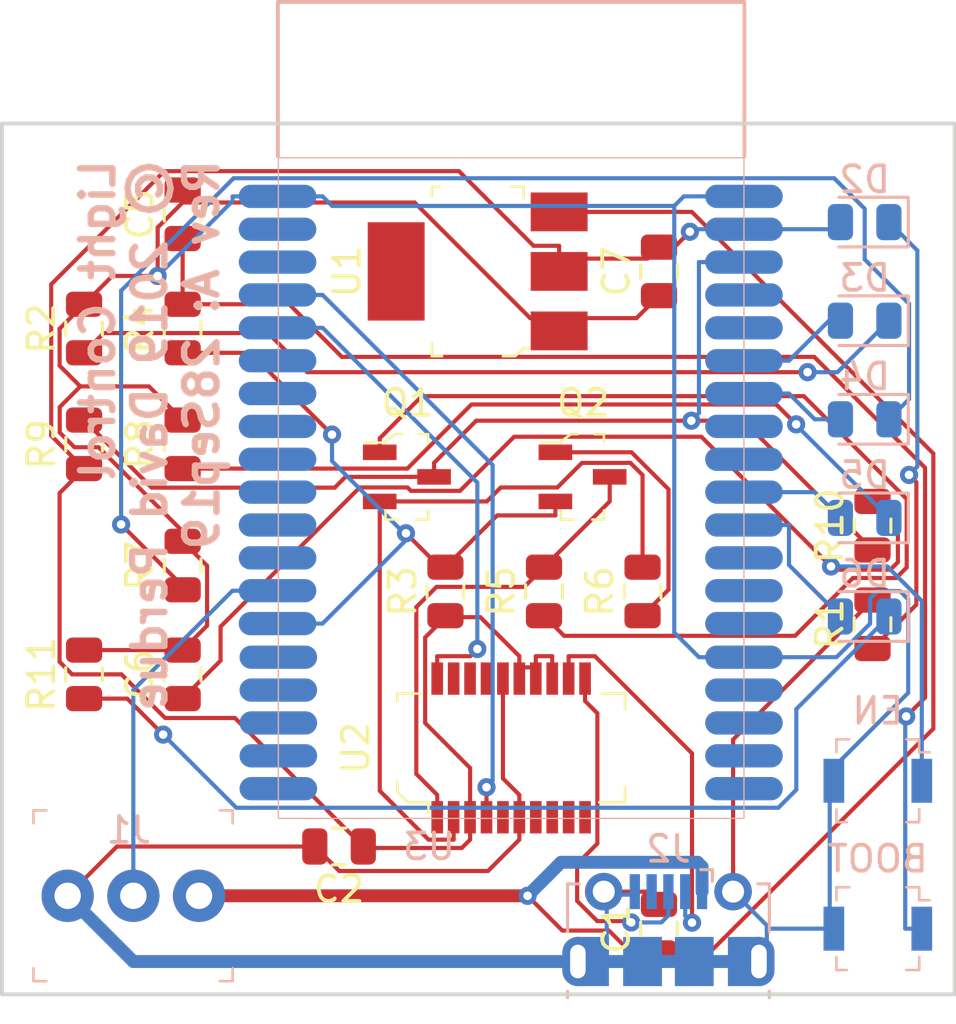
<source format=kicad_pcb>
(kicad_pcb (version 20171130) (host pcbnew "(5.1.4)-1")

  (general
    (thickness 1.6)
    (drawings 5)
    (tracks 322)
    (zones 0)
    (modules 30)
    (nets 26)
  )

  (page User 150.012 124.993)
  (layers
    (0 F.Cu signal)
    (31 B.Cu signal)
    (32 B.Adhes user)
    (33 F.Adhes user)
    (34 B.Paste user)
    (35 F.Paste user)
    (36 B.SilkS user)
    (37 F.SilkS user)
    (38 B.Mask user)
    (39 F.Mask user)
    (40 Dwgs.User user)
    (41 Cmts.User user)
    (42 Eco1.User user)
    (43 Eco2.User user)
    (44 Edge.Cuts user)
    (45 Margin user)
    (46 B.CrtYd user)
    (47 F.CrtYd user)
    (48 B.Fab user hide)
    (49 F.Fab user hide)
  )

  (setup
    (last_trace_width 0.16)
    (trace_clearance 0.16)
    (zone_clearance 0.508)
    (zone_45_only no)
    (trace_min 0.16)
    (via_size 0.7)
    (via_drill 0.3302)
    (via_min_size 0.5)
    (via_min_drill 0.26)
    (uvia_size 0.3)
    (uvia_drill 0.1)
    (uvias_allowed no)
    (uvia_min_size 0.2)
    (uvia_min_drill 0.1)
    (edge_width 0.15)
    (segment_width 0.2)
    (pcb_text_width 0.3)
    (pcb_text_size 1.5 1.5)
    (mod_edge_width 0.15)
    (mod_text_size 1 1)
    (mod_text_width 0.15)
    (pad_size 1.524 1.524)
    (pad_drill 0.762)
    (pad_to_mask_clearance 0.0508)
    (solder_mask_min_width 0.101)
    (aux_axis_origin 0 0)
    (visible_elements 7FFFFFFF)
    (pcbplotparams
      (layerselection 0x010fc_ffffffff)
      (usegerberextensions false)
      (usegerberattributes false)
      (usegerberadvancedattributes false)
      (creategerberjobfile false)
      (excludeedgelayer true)
      (linewidth 0.100000)
      (plotframeref false)
      (viasonmask false)
      (mode 1)
      (useauxorigin false)
      (hpglpennumber 1)
      (hpglpenspeed 20)
      (hpglpendiameter 15.000000)
      (psnegative false)
      (psa4output false)
      (plotreference true)
      (plotvalue true)
      (plotinvisibletext false)
      (padsonsilk false)
      (subtractmaskfromsilk false)
      (outputformat 1)
      (mirror false)
      (drillshape 1)
      (scaleselection 1)
      (outputdirectory ""))
  )

  (net 0 "")
  (net 1 +5V)
  (net 2 GND)
  (net 3 +3V3)
  (net 4 "Net-(C5-Pad1)")
  (net 5 "Net-(C6-Pad1)")
  (net 6 "Net-(D2-Pad1)")
  (net 7 LED1)
  (net 8 "Net-(D3-Pad1)")
  (net 9 "Net-(D4-Pad1)")
  (net 10 LED2)
  (net 11 "Net-(D5-Pad1)")
  (net 12 LED3)
  (net 13 LED4)
  (net 14 "Net-(D6-Pad1)")
  (net 15 LED_Din)
  (net 16 USB_D-)
  (net 17 USB_D+)
  (net 18 "Net-(Q1-Pad1)")
  (net 19 RTS)
  (net 20 EN)
  (net 21 DTR)
  (net 22 IO0)
  (net 23 "Net-(Q2-Pad1)")
  (net 24 340TX)
  (net 25 340RX)

  (net_class Default "This is the default net class."
    (clearance 0.16)
    (trace_width 0.16)
    (via_dia 0.7)
    (via_drill 0.3302)
    (uvia_dia 0.3)
    (uvia_drill 0.1)
    (add_net +3V3)
    (add_net +5V)
    (add_net 340RX)
    (add_net 340TX)
    (add_net DTR)
    (add_net EN)
    (add_net GND)
    (add_net IO0)
    (add_net LED1)
    (add_net LED2)
    (add_net LED3)
    (add_net LED4)
    (add_net LED_Din)
    (add_net "Net-(C5-Pad1)")
    (add_net "Net-(C6-Pad1)")
    (add_net "Net-(D2-Pad1)")
    (add_net "Net-(D3-Pad1)")
    (add_net "Net-(D4-Pad1)")
    (add_net "Net-(D5-Pad1)")
    (add_net "Net-(D6-Pad1)")
    (add_net "Net-(Q1-Pad1)")
    (add_net "Net-(Q2-Pad1)")
    (add_net RTS)
    (add_net USB_D+)
    (add_net USB_D-)
  )

  (module digikey-footprints:SSOP-20_W3.9mm (layer F.Cu) (tedit 5D910730) (tstamp 5D912F4F)
    (at 73.025 55.88 90)
    (descr http://www.ftdichip.com/Support/Documents/DataSheets/ICs/DS_FT231X.pdf)
    (path /5D921152)
    (attr smd)
    (fp_text reference U2 (at 0 -6 90) (layer F.SilkS)
      (effects (font (size 1 1) (thickness 0.15)))
    )
    (fp_text value FT231XS-U (at 0 6 90) (layer F.Fab)
      (effects (font (size 1 1) (thickness 0.15)))
    )
    (fp_line (start -3.6 -4.7) (end -3.6 4.7) (layer F.CrtYd) (width 0.05))
    (fp_line (start -3.6 4.7) (end 3.6 4.7) (layer F.CrtYd) (width 0.05))
    (fp_line (start -3.6 -4.7) (end 3.6 -4.7) (layer F.CrtYd) (width 0.05))
    (fp_line (start 3.6 -4.7) (end 3.6 4.7) (layer F.CrtYd) (width 0.05))
    (fp_text user %R (at 0 0) (layer F.Fab)
      (effects (font (size 1 1) (thickness 0.15)))
    )
    (fp_line (start -2.1 3.4) (end -2.1 4.4) (layer F.SilkS) (width 0.1))
    (fp_line (start -2.1 4.4) (end -1.5 4.4) (layer F.SilkS) (width 0.1))
    (fp_line (start 1.5 4.4) (end 2.1 4.4) (layer F.SilkS) (width 0.1))
    (fp_line (start 2.1 4.4) (end 2.1 3.5) (layer F.SilkS) (width 0.1))
    (fp_line (start 1.8 -4.4) (end 2.1 -4.4) (layer F.SilkS) (width 0.1))
    (fp_line (start 2.1 -4.4) (end 2.1 -3.5) (layer F.SilkS) (width 0.1))
    (fp_line (start -1.3 -4.4) (end -1.7 -4.4) (layer F.SilkS) (width 0.1))
    (fp_line (start -1.7 -4.4) (end -2.1 -4) (layer F.SilkS) (width 0.1))
    (fp_line (start -2.1 -4) (end -2.1 -3.2) (layer F.SilkS) (width 0.1))
    (fp_line (start -2.1 -3.2) (end -2.5 -3.2) (layer F.SilkS) (width 0.1))
    (fp_line (start -1.96 4.33) (end -1.95 -3.95) (layer F.Fab) (width 0.1))
    (fp_line (start 1.95 -4.33) (end -1.57 -4.33) (layer F.Fab) (width 0.1))
    (fp_line (start -1.95 -3.95) (end -1.575 -4.325) (layer F.Fab) (width 0.1))
    (fp_line (start 1.9558 -4.3307) (end 1.9558 4.3307) (layer F.Fab) (width 0.1))
    (fp_line (start -1.9558 4.3307) (end 1.9558 4.3307) (layer F.Fab) (width 0.1))
    (pad 6 smd rect (at -2.6797 0.3175 90) (size 1.25 0.45) (layers F.Cu F.Paste F.Mask)
      (net 2 GND))
    (pad 5 smd rect (at -2.6797 -0.3175 90) (size 1.25 0.45) (layers F.Cu F.Paste F.Mask))
    (pad 4 smd rect (at -2.6797 -0.9525 90) (size 1.25 0.45) (layers F.Cu F.Paste F.Mask)
      (net 25 340RX))
    (pad 3 smd rect (at -2.6797 -1.5875 90) (size 1.25 0.45) (layers F.Cu F.Paste F.Mask)
      (net 3 +3V3))
    (pad 2 smd rect (at -2.6797 -2.2225 90) (size 1.25 0.45) (layers F.Cu F.Paste F.Mask)
      (net 19 RTS))
    (pad 1 smd rect (at -2.6797 -2.8575 90) (size 1.25 0.45) (layers F.Cu F.Paste F.Mask)
      (net 21 DTR))
    (pad 7 smd rect (at -2.6797 0.9525 90) (size 1.25 0.45) (layers F.Cu F.Paste F.Mask))
    (pad 8 smd rect (at -2.6797 1.5875 90) (size 1.25 0.45) (layers F.Cu F.Paste F.Mask))
    (pad 9 smd rect (at -2.6797 2.2225 90) (size 1.25 0.45) (layers F.Cu F.Paste F.Mask))
    (pad 10 smd rect (at -2.6797 2.8575 90) (size 1.25 0.45) (layers F.Cu F.Paste F.Mask))
    (pad 16 smd rect (at 2.6797 -0.3175 90) (size 1.25 0.45) (layers F.Cu F.Paste F.Mask)
      (net 2 GND))
    (pad 15 smd rect (at 2.6797 0.3175 90) (size 1.25 0.45) (layers F.Cu F.Paste F.Mask)
      (net 3 +3V3))
    (pad 14 smd rect (at 2.6797 0.9525 90) (size 1.25 0.45) (layers F.Cu F.Paste F.Mask)
      (net 3 +3V3))
    (pad 13 smd rect (at 2.6797 1.5875 90) (size 1.25 0.45) (layers F.Cu F.Paste F.Mask)
      (net 3 +3V3))
    (pad 12 smd rect (at 2.6797 2.2225 90) (size 1.25 0.45) (layers F.Cu F.Paste F.Mask)
      (net 16 USB_D-))
    (pad 11 smd rect (at 2.6797 2.8575 90) (size 1.25 0.45) (layers F.Cu F.Paste F.Mask)
      (net 17 USB_D+))
    (pad 17 smd rect (at 2.6797 -0.9525 90) (size 1.25 0.45) (layers F.Cu F.Paste F.Mask))
    (pad 18 smd rect (at 2.6797 -1.5875 90) (size 1.25 0.45) (layers F.Cu F.Paste F.Mask))
    (pad 19 smd rect (at 2.6797 -2.2225 90) (size 1.25 0.45) (layers F.Cu F.Paste F.Mask))
    (pad 20 smd rect (at 2.6797 -2.8575 90) (size 1.25 0.45) (layers F.Cu F.Paste F.Mask)
      (net 24 340TX))
    (model "C:/Users/lab/Documents/KiCad/SSOP 20 PIN.step"
      (offset (xyz 0 0 0.25))
      (scale (xyz 0.7 1 1))
      (rotate (xyz -90 0 0))
    )
  )

  (module digikey-footprints:SOT-23-3 (layer F.Cu) (tedit 5D9105EF) (tstamp 5D9065DE)
    (at 68.995 45.405)
    (path /5D9B217F)
    (attr smd)
    (fp_text reference Q1 (at 0.025 -2.86) (layer F.SilkS)
      (effects (font (size 1 1) (thickness 0.15)))
    )
    (fp_text value BC817-25-TP (at 0.025 3.25) (layer F.Fab)
      (effects (font (size 1 1) (thickness 0.15)))
    )
    (fp_line (start 0.7 1.52) (end 0.7 -1.52) (layer F.Fab) (width 0.1))
    (fp_line (start -0.7 1.52) (end 0.7 1.52) (layer F.Fab) (width 0.1))
    (fp_text user %R (at -0.125 0.15) (layer F.Fab)
      (effects (font (size 0.25 0.25) (thickness 0.05)))
    )
    (fp_line (start 0.825 -1.65) (end 0.825 -1.35) (layer F.SilkS) (width 0.1))
    (fp_line (start 0.45 -1.65) (end 0.825 -1.65) (layer F.SilkS) (width 0.1))
    (fp_line (start 0.825 1.65) (end 0.375 1.65) (layer F.SilkS) (width 0.1))
    (fp_line (start 0.825 1.35) (end 0.825 1.65) (layer F.SilkS) (width 0.1))
    (fp_line (start 0.825 1.425) (end 0.825 1.3) (layer F.SilkS) (width 0.1))
    (fp_line (start -0.825 1.65) (end -0.825 1.3) (layer F.SilkS) (width 0.1))
    (fp_line (start -0.35 1.65) (end -0.825 1.65) (layer F.SilkS) (width 0.1))
    (fp_line (start -0.425 -1.525) (end -0.7 -1.325) (layer F.Fab) (width 0.1))
    (fp_line (start -0.425 -1.525) (end 0.7 -1.525) (layer F.Fab) (width 0.1))
    (fp_line (start -0.7 -1.325) (end -0.7 1.525) (layer F.Fab) (width 0.1))
    (fp_line (start -0.825 -1.325) (end -1.6 -1.325) (layer F.SilkS) (width 0.1))
    (fp_line (start -0.825 -1.375) (end -0.825 -1.325) (layer F.SilkS) (width 0.1))
    (fp_line (start -0.45 -1.65) (end -0.825 -1.375) (layer F.SilkS) (width 0.1))
    (fp_line (start -0.175 -1.65) (end -0.45 -1.65) (layer F.SilkS) (width 0.1))
    (fp_line (start 1.825 -1.95) (end 1.825 1.95) (layer F.CrtYd) (width 0.05))
    (fp_line (start 1.825 1.95) (end -1.825 1.95) (layer F.CrtYd) (width 0.05))
    (fp_line (start -1.825 -1.95) (end -1.825 1.95) (layer F.CrtYd) (width 0.05))
    (fp_line (start -1.825 -1.95) (end 1.825 -1.95) (layer F.CrtYd) (width 0.05))
    (pad 1 smd rect (at -1.05 -0.95) (size 1.3 0.6) (layers F.Cu F.Paste F.Mask)
      (net 18 "Net-(Q1-Pad1)") (solder_mask_margin 0.07))
    (pad 2 smd rect (at -1.05 0.95) (size 1.3 0.6) (layers F.Cu F.Paste F.Mask)
      (net 19 RTS) (solder_mask_margin 0.07))
    (pad 3 smd rect (at 1.05 0) (size 1.3 0.6) (layers F.Cu F.Paste F.Mask)
      (net 20 EN) (solder_mask_margin 0.07))
    (model C:/Users/lab/Documents/KiCad/SOT-23.step
      (offset (xyz 0 0 0.6))
      (scale (xyz 1 1 1))
      (rotate (xyz -90 0 -90))
    )
  )

  (module digikey-footprints:SOT-23-3 (layer F.Cu) (tedit 5D9105D6) (tstamp 5D9065FA)
    (at 75.785 45.405)
    (path /5D9B38CE)
    (attr smd)
    (fp_text reference Q2 (at 0.025 -2.86) (layer F.SilkS)
      (effects (font (size 1 1) (thickness 0.15)))
    )
    (fp_text value BC817-25-TP (at 0.025 3.25) (layer F.Fab)
      (effects (font (size 1 1) (thickness 0.15)))
    )
    (fp_line (start -1.825 -1.95) (end 1.825 -1.95) (layer F.CrtYd) (width 0.05))
    (fp_line (start -1.825 -1.95) (end -1.825 1.95) (layer F.CrtYd) (width 0.05))
    (fp_line (start 1.825 1.95) (end -1.825 1.95) (layer F.CrtYd) (width 0.05))
    (fp_line (start 1.825 -1.95) (end 1.825 1.95) (layer F.CrtYd) (width 0.05))
    (fp_line (start -0.175 -1.65) (end -0.45 -1.65) (layer F.SilkS) (width 0.1))
    (fp_line (start -0.45 -1.65) (end -0.825 -1.375) (layer F.SilkS) (width 0.1))
    (fp_line (start -0.825 -1.375) (end -0.825 -1.325) (layer F.SilkS) (width 0.1))
    (fp_line (start -0.825 -1.325) (end -1.6 -1.325) (layer F.SilkS) (width 0.1))
    (fp_line (start -0.7 -1.325) (end -0.7 1.525) (layer F.Fab) (width 0.1))
    (fp_line (start -0.425 -1.525) (end 0.7 -1.525) (layer F.Fab) (width 0.1))
    (fp_line (start -0.425 -1.525) (end -0.7 -1.325) (layer F.Fab) (width 0.1))
    (fp_line (start -0.35 1.65) (end -0.825 1.65) (layer F.SilkS) (width 0.1))
    (fp_line (start -0.825 1.65) (end -0.825 1.3) (layer F.SilkS) (width 0.1))
    (fp_line (start 0.825 1.425) (end 0.825 1.3) (layer F.SilkS) (width 0.1))
    (fp_line (start 0.825 1.35) (end 0.825 1.65) (layer F.SilkS) (width 0.1))
    (fp_line (start 0.825 1.65) (end 0.375 1.65) (layer F.SilkS) (width 0.1))
    (fp_line (start 0.45 -1.65) (end 0.825 -1.65) (layer F.SilkS) (width 0.1))
    (fp_line (start 0.825 -1.65) (end 0.825 -1.35) (layer F.SilkS) (width 0.1))
    (fp_text user %R (at -0.125 0.15) (layer F.Fab)
      (effects (font (size 0.25 0.25) (thickness 0.05)))
    )
    (fp_line (start -0.7 1.52) (end 0.7 1.52) (layer F.Fab) (width 0.1))
    (fp_line (start 0.7 1.52) (end 0.7 -1.52) (layer F.Fab) (width 0.1))
    (pad 3 smd rect (at 1.05 0) (size 1.3 0.6) (layers F.Cu F.Paste F.Mask)
      (net 21 DTR) (solder_mask_margin 0.07))
    (pad 2 smd rect (at -1.05 0.95) (size 1.3 0.6) (layers F.Cu F.Paste F.Mask)
      (net 22 IO0) (solder_mask_margin 0.07))
    (pad 1 smd rect (at -1.05 -0.95) (size 1.3 0.6) (layers F.Cu F.Paste F.Mask)
      (net 23 "Net-(Q2-Pad1)") (solder_mask_margin 0.07))
    (model C:/Users/lab/Documents/KiCad/SOT-23.step
      (offset (xyz 0 0 0.6))
      (scale (xyz 1 1 1))
      (rotate (xyz -90 0 -90))
    )
  )

  (module digikey-footprints:SOT-223 (layer F.Cu) (tedit 5D91028E) (tstamp 5D906F9C)
    (at 71.73 37.465 90)
    (path /5D8B7CC3)
    (attr smd)
    (fp_text reference U1 (at 0 -5.055 90) (layer F.SilkS)
      (effects (font (size 1 1) (thickness 0.15)))
    )
    (fp_text value AZ1117CH-3_3TRG1 (at -1.27 5.74 90) (layer F.Fab)
      (effects (font (size 0.75 0.75) (thickness 0.15)))
    )
    (fp_line (start -3.275 0.975) (end -3.275 1.45) (layer F.SilkS) (width 0.1))
    (fp_line (start -3.275 1.45) (end -2.975 1.775) (layer F.SilkS) (width 0.1))
    (fp_line (start -2.975 1.775) (end -2.975 1.97) (layer F.SilkS) (width 0.1))
    (fp_line (start -3.45 4.45) (end 3.45 4.45) (layer F.CrtYd) (width 0.05))
    (fp_line (start -3.45 -4.45) (end -3.45 4.45) (layer F.CrtYd) (width 0.05))
    (fp_line (start 3.45 -4.45) (end -3.45 -4.45) (layer F.CrtYd) (width 0.05))
    (fp_line (start 3.45 -4.45) (end 3.45 4.45) (layer F.CrtYd) (width 0.05))
    (fp_line (start -3.15 1.35) (end -3.15 -1.65) (layer F.Fab) (width 0.1))
    (fp_line (start 3.15 1.65) (end -2.875 1.65) (layer F.Fab) (width 0.1))
    (fp_line (start -3.15 1.35) (end -2.875 1.65) (layer F.Fab) (width 0.1))
    (fp_line (start 3.275 1.3) (end 3.275 1.775) (layer F.SilkS) (width 0.1))
    (fp_line (start 3.275 1.775) (end 2.825 1.775) (layer F.SilkS) (width 0.1))
    (fp_line (start -2.775 -1.775) (end -3.275 -1.775) (layer F.SilkS) (width 0.1))
    (fp_line (start -3.275 -1.775) (end -3.275 -1.375) (layer F.SilkS) (width 0.1))
    (fp_line (start 2.9 -1.775) (end 3.275 -1.775) (layer F.SilkS) (width 0.1))
    (fp_line (start 3.275 -1.775) (end 3.275 -1.475) (layer F.SilkS) (width 0.1))
    (fp_text user %R (at -0.05 0.025 90) (layer F.Fab)
      (effects (font (size 1 1) (thickness 0.15)))
    )
    (fp_line (start -3.15 -1.65) (end 3.15 -1.65) (layer F.Fab) (width 0.1))
    (fp_line (start 3.15 -1.65) (end 3.15 1.65) (layer F.Fab) (width 0.1))
    (pad 3 smd rect (at 2.3 3.15 90) (size 1.5 2.2) (layers F.Cu F.Paste F.Mask)
      (net 1 +5V))
    (pad 2 smd rect (at 0 3.15 90) (size 1.5 2.2) (layers F.Cu F.Paste F.Mask)
      (net 3 +3V3))
    (pad 1 smd rect (at -2.3 3.15 90) (size 1.5 2.2) (layers F.Cu F.Paste F.Mask)
      (net 2 GND))
    (pad 4 smd rect (at 0 -3.15 90) (size 3.8 2.2) (layers F.Cu F.Paste F.Mask))
    (model C:/Users/lab/Documents/KiCad/SOT233.step
      (offset (xyz 0 0 0.6))
      (scale (xyz 1 1 1))
      (rotate (xyz -90 0 0))
    )
  )

  (module digikey-footprints:Switch_Tactile_SMD_B3U-1000P (layer B.Cu) (tedit 5D910133) (tstamp 5D912F0D)
    (at 87.2 57.15 180)
    (path /5D9A4891)
    (attr smd)
    (fp_text reference EN (at 0 2.7 180) (layer B.SilkS)
      (effects (font (size 1 1) (thickness 0.15)) (justify mirror))
    )
    (fp_text value EN (at 0 -2.63 180) (layer B.Fab)
      (effects (font (size 1 1) (thickness 0.15)) (justify mirror))
    )
    (fp_line (start -1.5 1.49) (end 1.5 1.49) (layer B.Fab) (width 0.1))
    (fp_line (start -1.5 1.49) (end -1.5 -1.49) (layer B.Fab) (width 0.1))
    (fp_line (start -1.5 -1.49) (end 1.5 -1.49) (layer B.Fab) (width 0.1))
    (fp_line (start 1.5 1.49) (end 1.5 -1.49) (layer B.Fab) (width 0.1))
    (fp_text user %R (at 0 0 180) (layer B.Fab)
      (effects (font (size 0.5 0.5) (thickness 0.05)) (justify mirror))
    )
    (fp_line (start -1.6 1.6) (end -1.1 1.6) (layer B.SilkS) (width 0.1))
    (fp_line (start -1.6 1.1) (end -2 1.1) (layer B.SilkS) (width 0.1))
    (fp_line (start -1.6 1.6) (end -1.6 1.1) (layer B.SilkS) (width 0.1))
    (fp_line (start 1.6 1.6) (end 1.1 1.6) (layer B.SilkS) (width 0.1))
    (fp_line (start 1.6 1.6) (end 1.6 1.1) (layer B.SilkS) (width 0.1))
    (fp_line (start 1.6 -1.6) (end 1.6 -1.1) (layer B.SilkS) (width 0.1))
    (fp_line (start 1.6 -1.6) (end 1.2 -1.6) (layer B.SilkS) (width 0.1))
    (fp_line (start -1.6 -1.6) (end -1.1 -1.6) (layer B.SilkS) (width 0.1))
    (fp_line (start -1.6 -1.6) (end -1.6 -1.1) (layer B.SilkS) (width 0.1))
    (fp_line (start -2.35 -1.75) (end -2.35 1.75) (layer B.CrtYd) (width 0.05))
    (fp_line (start -2.35 -1.75) (end 2.35 -1.75) (layer B.CrtYd) (width 0.05))
    (fp_line (start 2.35 -1.75) (end 2.35 1.75) (layer B.CrtYd) (width 0.05))
    (fp_line (start -2.35 1.75) (end 2.35 1.75) (layer B.CrtYd) (width 0.05))
    (pad 2 smd rect (at 1.7 0 180) (size 0.8 1.7) (layers B.Cu B.Paste B.Mask)
      (net 2 GND))
    (pad 1 smd rect (at -1.7 0 180) (size 0.8 1.7) (layers B.Cu B.Paste B.Mask)
      (net 5 "Net-(C6-Pad1)"))
    (model "C:/Users/lab/Documents/KiCad/OMRON B3U1000P.step"
      (at (xyz 0 0 0))
      (scale (xyz 1 1 1))
      (rotate (xyz -90 0 0))
    )
  )

  (module Connector_USB:USB_Micro-B_Molex-105017-0001 (layer B.Cu) (tedit 5D9100C1) (tstamp 5D903275)
    (at 79.105 62.8975 180)
    (descr http://www.molex.com/pdm_docs/sd/1050170001_sd.pdf)
    (tags "Micro-USB SMD Typ-B")
    (path /5D9323F5)
    (attr smd)
    (fp_text reference J2 (at 0 3.1125 180) (layer B.SilkS)
      (effects (font (size 1 1) (thickness 0.15)) (justify mirror))
    )
    (fp_text value USB_B_Micro (at 0.3 -4.3375 180) (layer B.Fab)
      (effects (font (size 1 1) (thickness 0.15)) (justify mirror))
    )
    (fp_text user "PCB Edge" (at 0 -2.6875 180) (layer Dwgs.User)
      (effects (font (size 0.5 0.5) (thickness 0.08)))
    )
    (fp_text user %R (at 0 -0.8875 180) (layer B.Fab)
      (effects (font (size 1 1) (thickness 0.15)) (justify mirror))
    )
    (fp_line (start -4.4 -3.64) (end 4.4 -3.64) (layer B.CrtYd) (width 0.05))
    (fp_line (start 4.4 2.46) (end 4.4 -3.64) (layer B.CrtYd) (width 0.05))
    (fp_line (start -4.4 2.46) (end 4.4 2.46) (layer B.CrtYd) (width 0.05))
    (fp_line (start -4.4 -3.64) (end -4.4 2.46) (layer B.CrtYd) (width 0.05))
    (fp_line (start -3.9 1.7625) (end -3.45 1.7625) (layer B.SilkS) (width 0.12))
    (fp_line (start -3.9 -0.0875) (end -3.9 1.7625) (layer B.SilkS) (width 0.12))
    (fp_line (start 3.9 -2.6375) (end 3.9 -2.3875) (layer B.SilkS) (width 0.12))
    (fp_line (start 3.75 -3.3875) (end 3.75 1.6125) (layer B.Fab) (width 0.1))
    (fp_line (start -3 -2.689204) (end 3 -2.689204) (layer B.Fab) (width 0.1))
    (fp_line (start -3.75 -3.389204) (end 3.75 -3.389204) (layer B.Fab) (width 0.1))
    (fp_line (start -3.75 1.6125) (end 3.75 1.6125) (layer B.Fab) (width 0.1))
    (fp_line (start -3.75 -3.3875) (end -3.75 1.6125) (layer B.Fab) (width 0.1))
    (fp_line (start -3.9 -2.6375) (end -3.9 -2.3875) (layer B.SilkS) (width 0.12))
    (fp_line (start 3.9 -0.0875) (end 3.9 1.7625) (layer B.SilkS) (width 0.12))
    (fp_line (start 3.9 1.7625) (end 3.45 1.7625) (layer B.SilkS) (width 0.12))
    (fp_line (start -1.7 2.3125) (end -1.25 2.3125) (layer B.SilkS) (width 0.12))
    (fp_line (start -1.7 2.3125) (end -1.7 1.8625) (layer B.SilkS) (width 0.12))
    (fp_line (start -1.3 1.7125) (end -1.5 1.9125) (layer B.Fab) (width 0.1))
    (fp_line (start -1.1 1.9125) (end -1.3 1.7125) (layer B.Fab) (width 0.1))
    (fp_line (start -1.5 2.1225) (end -1.1 2.1225) (layer B.Fab) (width 0.1))
    (fp_line (start -1.5 2.1225) (end -1.5 1.9125) (layer B.Fab) (width 0.1))
    (fp_line (start -1.1 2.1225) (end -1.1 1.9125) (layer B.Fab) (width 0.1))
    (pad 6 smd rect (at 1 -1.2375 180) (size 1.5 1.9) (layers B.Cu B.Paste B.Mask)
      (net 2 GND))
    (pad 6 thru_hole circle (at -2.5 1.4625 180) (size 1.45 1.45) (drill 0.85) (layers *.Cu *.Mask)
      (net 2 GND))
    (pad 2 smd rect (at -0.65 1.4625 180) (size 0.4 1.35) (layers B.Cu B.Paste B.Mask)
      (net 16 USB_D-))
    (pad 1 smd rect (at -1.3 1.4625 180) (size 0.4 1.35) (layers B.Cu B.Paste B.Mask)
      (net 1 +5V))
    (pad 5 smd rect (at 1.3 1.4625 180) (size 0.4 1.35) (layers B.Cu B.Paste B.Mask)
      (net 2 GND))
    (pad 4 smd rect (at 0.65 1.4625 180) (size 0.4 1.35) (layers B.Cu B.Paste B.Mask))
    (pad 3 smd rect (at 0 1.4625 180) (size 0.4 1.35) (layers B.Cu B.Paste B.Mask)
      (net 17 USB_D+))
    (pad 6 thru_hole circle (at 2.5 1.4625 180) (size 1.45 1.45) (drill 0.85) (layers *.Cu *.Mask)
      (net 2 GND))
    (pad 6 smd rect (at -1 -1.2375 180) (size 1.5 1.9) (layers B.Cu B.Paste B.Mask)
      (net 2 GND))
    (pad 6 thru_hole oval (at -3.5 -1.2375) (size 1.2 1.9) (drill oval 0.6 1.3) (layers *.Cu *.Mask)
      (net 2 GND))
    (pad 6 thru_hole oval (at 3.5 -1.2375 180) (size 1.2 1.9) (drill oval 0.6 1.3) (layers *.Cu *.Mask)
      (net 2 GND))
    (pad 6 smd rect (at 2.9 -1.2375 180) (size 1.2 1.9) (layers B.Cu B.Mask)
      (net 2 GND))
    (pad 6 smd rect (at -2.9 -1.2375 180) (size 1.2 1.9) (layers B.Cu B.Mask)
      (net 2 GND))
    (model ${KISYS3DMOD}/Connector_USB.3dshapes/USB_Micro-B_Molex-105017-0001.wrl
      (at (xyz 0 0 0))
      (scale (xyz 1 1 1))
      (rotate (xyz 0 0 0))
    )
    (model C:/Users/lab/Documents/KiCad/1050170001.stp
      (offset (xyz 0 -1 1.15))
      (scale (xyz 1 1 1))
      (rotate (xyz -90 0 0))
    )
  )

  (module digikey-footprints:Switch_Tactile_SMD_B3U-1000P (layer B.Cu) (tedit 5D90FF8F) (tstamp 5D912EF6)
    (at 87.2 62.865 180)
    (path /5D997D61)
    (attr smd)
    (fp_text reference BOOT (at 0 2.7 180) (layer B.SilkS)
      (effects (font (size 1 1) (thickness 0.15)) (justify mirror))
    )
    (fp_text value BOOT (at 0 -2.63 180) (layer B.Fab)
      (effects (font (size 1 1) (thickness 0.15)) (justify mirror))
    )
    (fp_line (start -2.35 1.75) (end 2.35 1.75) (layer B.CrtYd) (width 0.05))
    (fp_line (start 2.35 -1.75) (end 2.35 1.75) (layer B.CrtYd) (width 0.05))
    (fp_line (start -2.35 -1.75) (end 2.35 -1.75) (layer B.CrtYd) (width 0.05))
    (fp_line (start -2.35 -1.75) (end -2.35 1.75) (layer B.CrtYd) (width 0.05))
    (fp_line (start -1.6 -1.6) (end -1.6 -1.1) (layer B.SilkS) (width 0.1))
    (fp_line (start -1.6 -1.6) (end -1.1 -1.6) (layer B.SilkS) (width 0.1))
    (fp_line (start 1.6 -1.6) (end 1.2 -1.6) (layer B.SilkS) (width 0.1))
    (fp_line (start 1.6 -1.6) (end 1.6 -1.1) (layer B.SilkS) (width 0.1))
    (fp_line (start 1.6 1.6) (end 1.6 1.1) (layer B.SilkS) (width 0.1))
    (fp_line (start 1.6 1.6) (end 1.1 1.6) (layer B.SilkS) (width 0.1))
    (fp_line (start -1.6 1.6) (end -1.6 1.1) (layer B.SilkS) (width 0.1))
    (fp_line (start -1.6 1.1) (end -2 1.1) (layer B.SilkS) (width 0.1))
    (fp_line (start -1.6 1.6) (end -1.1 1.6) (layer B.SilkS) (width 0.1))
    (fp_text user %R (at 0 0 180) (layer B.Fab)
      (effects (font (size 0.5 0.5) (thickness 0.05)) (justify mirror))
    )
    (fp_line (start 1.5 1.49) (end 1.5 -1.49) (layer B.Fab) (width 0.1))
    (fp_line (start -1.5 -1.49) (end 1.5 -1.49) (layer B.Fab) (width 0.1))
    (fp_line (start -1.5 1.49) (end -1.5 -1.49) (layer B.Fab) (width 0.1))
    (fp_line (start -1.5 1.49) (end 1.5 1.49) (layer B.Fab) (width 0.1))
    (pad 1 smd rect (at -1.7 0 180) (size 0.8 1.7) (layers B.Cu B.Paste B.Mask)
      (net 4 "Net-(C5-Pad1)"))
    (pad 2 smd rect (at 1.7 0 180) (size 0.8 1.7) (layers B.Cu B.Paste B.Mask)
      (net 2 GND))
    (model "C:/Users/lab/Documents/KiCad/OMRON B3U1000P.step"
      (at (xyz 0 0 0))
      (scale (xyz 1 1 1))
      (rotate (xyz -90 0 0))
    )
  )

  (module esp32-wrover:ESP32-WROVER (layer B.Cu) (tedit 5D90E7B4) (tstamp 5D907600)
    (at 73.025 33.655 180)
    (path /5D8F7BDC)
    (attr smd)
    (fp_text reference U3 (at 3.175 -26.035) (layer B.SilkS)
      (effects (font (size 1 1) (thickness 0.15)) (justify mirror))
    )
    (fp_text value ESP32-WROVER (at 0.1 -2.92) (layer B.Fab) hide
      (effects (font (size 1 1) (thickness 0.15)) (justify mirror))
    )
    (fp_line (start 9.017 6.604) (end -9.017 6.604) (layer B.SilkS) (width 0.15))
    (fp_line (start 9.017 0.635) (end 9.017 6.604) (layer B.SilkS) (width 0.15))
    (fp_line (start -9.017 0.635) (end -9.017 6.604) (layer B.SilkS) (width 0.15))
    (fp_line (start -9 -24.95) (end -9 0.58) (layer B.SilkS) (width 0.05))
    (fp_line (start -9 0.58) (end 9 0.58) (layer B.SilkS) (width 0.05))
    (fp_line (start 9 0.58) (end 9 -24.95) (layer B.SilkS) (width 0.05))
    (fp_line (start 9 -24.95) (end -9 -24.95) (layer B.SilkS) (width 0.05))
    (pad 38 smd oval (at 9.03 -0.91 180) (size 3 0.9) (layers B.Cu B.Paste B.Mask)
      (net 2 GND))
    (pad 37 smd oval (at 9.03 -2.18 180) (size 3 0.9) (layers B.Cu B.Paste B.Mask))
    (pad 36 smd oval (at 9.03 -3.45 180) (size 3 0.9) (layers B.Cu B.Paste B.Mask))
    (pad 35 smd oval (at 9.03 -4.72 180) (size 3 0.9) (layers B.Cu B.Paste B.Mask)
      (net 25 340RX))
    (pad 34 smd oval (at 9.03 -5.99 180) (size 3 0.9) (layers B.Cu B.Paste B.Mask)
      (net 24 340TX))
    (pad 33 smd oval (at 9.03 -7.26 180) (size 3 0.9) (layers B.Cu B.Paste B.Mask))
    (pad 32 smd oval (at 9.03 -8.53 180) (size 3 0.9) (layers B.Cu B.Paste B.Mask))
    (pad 31 smd oval (at 9.03 -9.8 180) (size 3 0.9) (layers B.Cu B.Paste B.Mask))
    (pad 30 smd oval (at 9.03 -11.07 180) (size 3 0.9) (layers B.Cu B.Paste B.Mask))
    (pad 29 smd oval (at 9.03 -12.34 180) (size 3 0.9) (layers B.Cu B.Paste B.Mask))
    (pad 28 smd oval (at 9.03 -13.61 180) (size 3 0.9) (layers B.Cu B.Paste B.Mask))
    (pad 27 smd oval (at 9.03 -14.88 180) (size 3 0.9) (layers B.Cu B.Paste B.Mask))
    (pad 26 smd oval (at 9.03 -16.15 180) (size 3 0.9) (layers B.Cu B.Paste B.Mask)
      (net 15 LED_Din))
    (pad 25 smd oval (at 9.03 -17.42 180) (size 3 0.9) (layers B.Cu B.Paste B.Mask)
      (net 22 IO0))
    (pad 24 smd oval (at 9 -18.72 180) (size 3 0.9) (layers B.Cu B.Paste B.Mask))
    (pad 23 smd oval (at 9 -19.99 180) (size 3 0.9) (layers B.Cu B.Paste B.Mask))
    (pad 22 smd oval (at 9 -21.26 180) (size 3 0.9) (layers B.Cu B.Paste B.Mask))
    (pad 21 smd oval (at 9 -22.53 180) (size 3 0.9) (layers B.Cu B.Paste B.Mask))
    (pad 20 smd oval (at 9 -23.8 180) (size 3 0.9) (layers B.Cu B.Paste B.Mask))
    (pad 19 smd oval (at -9 -23.8 180) (size 3 0.9) (layers B.Cu B.Paste B.Mask))
    (pad 18 smd oval (at -9 -22.53 180) (size 3 0.9) (layers B.Cu B.Paste B.Mask))
    (pad 17 smd oval (at -9 -21.26 180) (size 3 0.9) (layers B.Cu B.Paste B.Mask))
    (pad 16 smd oval (at -9 -19.99 180) (size 3 0.9) (layers B.Cu B.Paste B.Mask))
    (pad 15 smd oval (at -9 -18.72 180) (size 3 0.9) (layers B.Cu B.Paste B.Mask)
      (net 2 GND))
    (pad 14 smd oval (at -9 -17.42 180) (size 3 0.9) (layers B.Cu B.Paste B.Mask))
    (pad 13 smd oval (at -9 -16.15 180) (size 3 0.9) (layers B.Cu B.Paste B.Mask))
    (pad 12 smd oval (at -9 -14.88 180) (size 3 0.9) (layers B.Cu B.Paste B.Mask))
    (pad 11 smd oval (at -9 -13.61 180) (size 3 0.9) (layers B.Cu B.Paste B.Mask)
      (net 13 LED4))
    (pad 10 smd oval (at -9 -12.34 180) (size 3 0.9) (layers B.Cu B.Paste B.Mask)
      (net 12 LED3))
    (pad 9 smd oval (at -9 -11.07 180) (size 3 0.9) (layers B.Cu B.Paste B.Mask))
    (pad 8 smd oval (at -9 -9.8 180) (size 3 0.9) (layers B.Cu B.Paste B.Mask))
    (pad 7 smd oval (at -9 -8.53 180) (size 3 0.9) (layers B.Cu B.Paste B.Mask)
      (net 10 LED2))
    (pad 6 smd oval (at -9 -7.26 180) (size 3 0.9) (layers B.Cu B.Paste B.Mask)
      (net 7 LED1))
    (pad 5 smd oval (at -9 -5.99 180) (size 3 0.9) (layers B.Cu B.Paste B.Mask))
    (pad 4 smd oval (at -9 -4.72 180) (size 3 0.9) (layers B.Cu B.Paste B.Mask))
    (pad 3 smd oval (at -9 -3.45 180) (size 3 0.9) (layers B.Cu B.Paste B.Mask)
      (net 20 EN))
    (pad 2 smd oval (at -9 -2.18 180) (size 3 0.9) (layers B.Cu B.Paste B.Mask)
      (net 3 +3V3))
    (pad 1 smd oval (at -9 -0.91 180) (size 3 0.9) (layers B.Cu B.Paste B.Mask)
      (net 2 GND))
    (model ${KIWALTER3DMOD}/nrf51822-04_module.x3d
      (offset (xyz 11 0 0))
      (scale (xyz 2 2.8 1))
      (rotate (xyz 0 0 0))
    )
    (model "C:/Users/lab/Documents/KiCad/esp32-wrover.pretty/ESP32-Wrover-I v7.step"
      (offset (xyz 0 -9.199999999999999 0))
      (scale (xyz 1 1 1))
      (rotate (xyz 0 0 0))
    )
  )

  (module Capacitor_SMD:C_0805_2012Metric (layer F.Cu) (tedit 5B36C52B) (tstamp 5D9064BC)
    (at 78.74 62.865 90)
    (descr "Capacitor SMD 0805 (2012 Metric), square (rectangular) end terminal, IPC_7351 nominal, (Body size source: https://docs.google.com/spreadsheets/d/1BsfQQcO9C6DZCsRaXUlFlo91Tg2WpOkGARC1WS5S8t0/edit?usp=sharing), generated with kicad-footprint-generator")
    (tags capacitor)
    (path /5D8BA200)
    (attr smd)
    (fp_text reference C1 (at 0 -1.65 90) (layer F.SilkS)
      (effects (font (size 1 1) (thickness 0.15)))
    )
    (fp_text value 1.0u (at 0 1.65 90) (layer F.Fab)
      (effects (font (size 1 1) (thickness 0.15)))
    )
    (fp_line (start -1 0.6) (end -1 -0.6) (layer F.Fab) (width 0.1))
    (fp_line (start -1 -0.6) (end 1 -0.6) (layer F.Fab) (width 0.1))
    (fp_line (start 1 -0.6) (end 1 0.6) (layer F.Fab) (width 0.1))
    (fp_line (start 1 0.6) (end -1 0.6) (layer F.Fab) (width 0.1))
    (fp_line (start -0.258578 -0.71) (end 0.258578 -0.71) (layer F.SilkS) (width 0.12))
    (fp_line (start -0.258578 0.71) (end 0.258578 0.71) (layer F.SilkS) (width 0.12))
    (fp_line (start -1.68 0.95) (end -1.68 -0.95) (layer F.CrtYd) (width 0.05))
    (fp_line (start -1.68 -0.95) (end 1.68 -0.95) (layer F.CrtYd) (width 0.05))
    (fp_line (start 1.68 -0.95) (end 1.68 0.95) (layer F.CrtYd) (width 0.05))
    (fp_line (start 1.68 0.95) (end -1.68 0.95) (layer F.CrtYd) (width 0.05))
    (fp_text user %R (at 0 0 90) (layer F.Fab)
      (effects (font (size 0.5 0.5) (thickness 0.08)))
    )
    (pad 1 smd roundrect (at -0.9375 0 90) (size 0.975 1.4) (layers F.Cu F.Paste F.Mask) (roundrect_rratio 0.25)
      (net 1 +5V))
    (pad 2 smd roundrect (at 0.9375 0 90) (size 0.975 1.4) (layers F.Cu F.Paste F.Mask) (roundrect_rratio 0.25)
      (net 2 GND))
    (model ${KISYS3DMOD}/Capacitor_SMD.3dshapes/C_0805_2012Metric.wrl
      (at (xyz 0 0 0))
      (scale (xyz 1 1 1))
      (rotate (xyz 0 0 0))
    )
  )

  (module Capacitor_SMD:C_0805_2012Metric (layer F.Cu) (tedit 5B36C52B) (tstamp 5D913055)
    (at 66.3725 59.69 180)
    (descr "Capacitor SMD 0805 (2012 Metric), square (rectangular) end terminal, IPC_7351 nominal, (Body size source: https://docs.google.com/spreadsheets/d/1BsfQQcO9C6DZCsRaXUlFlo91Tg2WpOkGARC1WS5S8t0/edit?usp=sharing), generated with kicad-footprint-generator")
    (tags capacitor)
    (path /5D8BA92C)
    (attr smd)
    (fp_text reference C2 (at 0 -1.65) (layer F.SilkS)
      (effects (font (size 1 1) (thickness 0.15)))
    )
    (fp_text value 1.0u (at 0 1.65) (layer F.Fab)
      (effects (font (size 1 1) (thickness 0.15)))
    )
    (fp_text user %R (at 0 0) (layer F.Fab)
      (effects (font (size 0.5 0.5) (thickness 0.08)))
    )
    (fp_line (start 1.68 0.95) (end -1.68 0.95) (layer F.CrtYd) (width 0.05))
    (fp_line (start 1.68 -0.95) (end 1.68 0.95) (layer F.CrtYd) (width 0.05))
    (fp_line (start -1.68 -0.95) (end 1.68 -0.95) (layer F.CrtYd) (width 0.05))
    (fp_line (start -1.68 0.95) (end -1.68 -0.95) (layer F.CrtYd) (width 0.05))
    (fp_line (start -0.258578 0.71) (end 0.258578 0.71) (layer F.SilkS) (width 0.12))
    (fp_line (start -0.258578 -0.71) (end 0.258578 -0.71) (layer F.SilkS) (width 0.12))
    (fp_line (start 1 0.6) (end -1 0.6) (layer F.Fab) (width 0.1))
    (fp_line (start 1 -0.6) (end 1 0.6) (layer F.Fab) (width 0.1))
    (fp_line (start -1 -0.6) (end 1 -0.6) (layer F.Fab) (width 0.1))
    (fp_line (start -1 0.6) (end -1 -0.6) (layer F.Fab) (width 0.1))
    (pad 2 smd roundrect (at 0.9375 0 180) (size 0.975 1.4) (layers F.Cu F.Paste F.Mask) (roundrect_rratio 0.25)
      (net 2 GND))
    (pad 1 smd roundrect (at -0.9375 0 180) (size 0.975 1.4) (layers F.Cu F.Paste F.Mask) (roundrect_rratio 0.25)
      (net 3 +3V3))
    (model ${KISYS3DMOD}/Capacitor_SMD.3dshapes/C_0805_2012Metric.wrl
      (at (xyz 0 0 0))
      (scale (xyz 1 1 1))
      (rotate (xyz 0 0 0))
    )
  )

  (module Capacitor_SMD:C_0805_2012Metric (layer F.Cu) (tedit 5B36C52B) (tstamp 5D906500)
    (at 60.325 35.2575 90)
    (descr "Capacitor SMD 0805 (2012 Metric), square (rectangular) end terminal, IPC_7351 nominal, (Body size source: https://docs.google.com/spreadsheets/d/1BsfQQcO9C6DZCsRaXUlFlo91Tg2WpOkGARC1WS5S8t0/edit?usp=sharing), generated with kicad-footprint-generator")
    (tags capacitor)
    (path /5D990DC9)
    (attr smd)
    (fp_text reference C5 (at 0 -1.65 90) (layer F.SilkS)
      (effects (font (size 1 1) (thickness 0.15)))
    )
    (fp_text value 1.0u (at 0 1.65 90) (layer F.Fab)
      (effects (font (size 1 1) (thickness 0.15)))
    )
    (fp_line (start -1 0.6) (end -1 -0.6) (layer F.Fab) (width 0.1))
    (fp_line (start -1 -0.6) (end 1 -0.6) (layer F.Fab) (width 0.1))
    (fp_line (start 1 -0.6) (end 1 0.6) (layer F.Fab) (width 0.1))
    (fp_line (start 1 0.6) (end -1 0.6) (layer F.Fab) (width 0.1))
    (fp_line (start -0.258578 -0.71) (end 0.258578 -0.71) (layer F.SilkS) (width 0.12))
    (fp_line (start -0.258578 0.71) (end 0.258578 0.71) (layer F.SilkS) (width 0.12))
    (fp_line (start -1.68 0.95) (end -1.68 -0.95) (layer F.CrtYd) (width 0.05))
    (fp_line (start -1.68 -0.95) (end 1.68 -0.95) (layer F.CrtYd) (width 0.05))
    (fp_line (start 1.68 -0.95) (end 1.68 0.95) (layer F.CrtYd) (width 0.05))
    (fp_line (start 1.68 0.95) (end -1.68 0.95) (layer F.CrtYd) (width 0.05))
    (fp_text user %R (at 0 0 90) (layer F.Fab)
      (effects (font (size 0.5 0.5) (thickness 0.08)))
    )
    (pad 1 smd roundrect (at -0.9375 0 90) (size 0.975 1.4) (layers F.Cu F.Paste F.Mask) (roundrect_rratio 0.25)
      (net 4 "Net-(C5-Pad1)"))
    (pad 2 smd roundrect (at 0.9375 0 90) (size 0.975 1.4) (layers F.Cu F.Paste F.Mask) (roundrect_rratio 0.25)
      (net 2 GND))
    (model ${KISYS3DMOD}/Capacitor_SMD.3dshapes/C_0805_2012Metric.wrl
      (at (xyz 0 0 0))
      (scale (xyz 1 1 1))
      (rotate (xyz 0 0 0))
    )
  )

  (module Capacitor_SMD:C_0805_2012Metric (layer F.Cu) (tedit 5B36C52B) (tstamp 5D906511)
    (at 60.325 53.0375 90)
    (descr "Capacitor SMD 0805 (2012 Metric), square (rectangular) end terminal, IPC_7351 nominal, (Body size source: https://docs.google.com/spreadsheets/d/1BsfQQcO9C6DZCsRaXUlFlo91Tg2WpOkGARC1WS5S8t0/edit?usp=sharing), generated with kicad-footprint-generator")
    (tags capacitor)
    (path /5D9A4877)
    (attr smd)
    (fp_text reference C6 (at 0 -1.65 90) (layer F.SilkS)
      (effects (font (size 1 1) (thickness 0.15)))
    )
    (fp_text value 1.0u (at 0 1.65 90) (layer F.Fab)
      (effects (font (size 1 1) (thickness 0.15)))
    )
    (fp_line (start -1 0.6) (end -1 -0.6) (layer F.Fab) (width 0.1))
    (fp_line (start -1 -0.6) (end 1 -0.6) (layer F.Fab) (width 0.1))
    (fp_line (start 1 -0.6) (end 1 0.6) (layer F.Fab) (width 0.1))
    (fp_line (start 1 0.6) (end -1 0.6) (layer F.Fab) (width 0.1))
    (fp_line (start -0.258578 -0.71) (end 0.258578 -0.71) (layer F.SilkS) (width 0.12))
    (fp_line (start -0.258578 0.71) (end 0.258578 0.71) (layer F.SilkS) (width 0.12))
    (fp_line (start -1.68 0.95) (end -1.68 -0.95) (layer F.CrtYd) (width 0.05))
    (fp_line (start -1.68 -0.95) (end 1.68 -0.95) (layer F.CrtYd) (width 0.05))
    (fp_line (start 1.68 -0.95) (end 1.68 0.95) (layer F.CrtYd) (width 0.05))
    (fp_line (start 1.68 0.95) (end -1.68 0.95) (layer F.CrtYd) (width 0.05))
    (fp_text user %R (at 0 0 90) (layer F.Fab)
      (effects (font (size 0.5 0.5) (thickness 0.08)))
    )
    (pad 1 smd roundrect (at -0.9375 0 90) (size 0.975 1.4) (layers F.Cu F.Paste F.Mask) (roundrect_rratio 0.25)
      (net 5 "Net-(C6-Pad1)"))
    (pad 2 smd roundrect (at 0.9375 0 90) (size 0.975 1.4) (layers F.Cu F.Paste F.Mask) (roundrect_rratio 0.25)
      (net 2 GND))
    (model ${KISYS3DMOD}/Capacitor_SMD.3dshapes/C_0805_2012Metric.wrl
      (at (xyz 0 0 0))
      (scale (xyz 1 1 1))
      (rotate (xyz 0 0 0))
    )
  )

  (module Capacitor_SMD:C_0805_2012Metric (layer F.Cu) (tedit 5B36C52B) (tstamp 5D906522)
    (at 78.74 37.465 90)
    (descr "Capacitor SMD 0805 (2012 Metric), square (rectangular) end terminal, IPC_7351 nominal, (Body size source: https://docs.google.com/spreadsheets/d/1BsfQQcO9C6DZCsRaXUlFlo91Tg2WpOkGARC1WS5S8t0/edit?usp=sharing), generated with kicad-footprint-generator")
    (tags capacitor)
    (path /5D9C804C)
    (attr smd)
    (fp_text reference C7 (at 0 -1.65 90) (layer F.SilkS)
      (effects (font (size 1 1) (thickness 0.15)))
    )
    (fp_text value 47u (at 0 1.65 90) (layer F.Fab)
      (effects (font (size 1 1) (thickness 0.15)))
    )
    (fp_text user %R (at 0 0 90) (layer F.Fab)
      (effects (font (size 0.5 0.5) (thickness 0.08)))
    )
    (fp_line (start 1.68 0.95) (end -1.68 0.95) (layer F.CrtYd) (width 0.05))
    (fp_line (start 1.68 -0.95) (end 1.68 0.95) (layer F.CrtYd) (width 0.05))
    (fp_line (start -1.68 -0.95) (end 1.68 -0.95) (layer F.CrtYd) (width 0.05))
    (fp_line (start -1.68 0.95) (end -1.68 -0.95) (layer F.CrtYd) (width 0.05))
    (fp_line (start -0.258578 0.71) (end 0.258578 0.71) (layer F.SilkS) (width 0.12))
    (fp_line (start -0.258578 -0.71) (end 0.258578 -0.71) (layer F.SilkS) (width 0.12))
    (fp_line (start 1 0.6) (end -1 0.6) (layer F.Fab) (width 0.1))
    (fp_line (start 1 -0.6) (end 1 0.6) (layer F.Fab) (width 0.1))
    (fp_line (start -1 -0.6) (end 1 -0.6) (layer F.Fab) (width 0.1))
    (fp_line (start -1 0.6) (end -1 -0.6) (layer F.Fab) (width 0.1))
    (pad 2 smd roundrect (at 0.9375 0 90) (size 0.975 1.4) (layers F.Cu F.Paste F.Mask) (roundrect_rratio 0.25)
      (net 3 +3V3))
    (pad 1 smd roundrect (at -0.9375 0 90) (size 0.975 1.4) (layers F.Cu F.Paste F.Mask) (roundrect_rratio 0.25)
      (net 2 GND))
    (model ${KISYS3DMOD}/Capacitor_SMD.3dshapes/C_0805_2012Metric.wrl
      (at (xyz 0 0 0))
      (scale (xyz 1 1 1))
      (rotate (xyz 0 0 0))
    )
  )

  (module LED_SMD:LED_0805_2012Metric (layer B.Cu) (tedit 5B36C52C) (tstamp 5D906535)
    (at 86.692 35.56 180)
    (descr "LED SMD 0805 (2012 Metric), square (rectangular) end terminal, IPC_7351 nominal, (Body size source: https://docs.google.com/spreadsheets/d/1BsfQQcO9C6DZCsRaXUlFlo91Tg2WpOkGARC1WS5S8t0/edit?usp=sharing), generated with kicad-footprint-generator")
    (tags diode)
    (path /5DA02EBC)
    (attr smd)
    (fp_text reference D2 (at 0 1.65) (layer B.SilkS)
      (effects (font (size 1 1) (thickness 0.15)) (justify mirror))
    )
    (fp_text value LED (at 0 -1.65) (layer B.Fab)
      (effects (font (size 1 1) (thickness 0.15)) (justify mirror))
    )
    (fp_line (start 1 0.6) (end -0.7 0.6) (layer B.Fab) (width 0.1))
    (fp_line (start -0.7 0.6) (end -1 0.3) (layer B.Fab) (width 0.1))
    (fp_line (start -1 0.3) (end -1 -0.6) (layer B.Fab) (width 0.1))
    (fp_line (start -1 -0.6) (end 1 -0.6) (layer B.Fab) (width 0.1))
    (fp_line (start 1 -0.6) (end 1 0.6) (layer B.Fab) (width 0.1))
    (fp_line (start 1 0.96) (end -1.685 0.96) (layer B.SilkS) (width 0.12))
    (fp_line (start -1.685 0.96) (end -1.685 -0.96) (layer B.SilkS) (width 0.12))
    (fp_line (start -1.685 -0.96) (end 1 -0.96) (layer B.SilkS) (width 0.12))
    (fp_line (start -1.68 -0.95) (end -1.68 0.95) (layer B.CrtYd) (width 0.05))
    (fp_line (start -1.68 0.95) (end 1.68 0.95) (layer B.CrtYd) (width 0.05))
    (fp_line (start 1.68 0.95) (end 1.68 -0.95) (layer B.CrtYd) (width 0.05))
    (fp_line (start 1.68 -0.95) (end -1.68 -0.95) (layer B.CrtYd) (width 0.05))
    (fp_text user %R (at 0 0) (layer B.Fab)
      (effects (font (size 0.5 0.5) (thickness 0.08)) (justify mirror))
    )
    (pad 1 smd roundrect (at -0.9375 0 180) (size 0.975 1.4) (layers B.Cu B.Paste B.Mask) (roundrect_rratio 0.25)
      (net 6 "Net-(D2-Pad1)"))
    (pad 2 smd roundrect (at 0.9375 0 180) (size 0.975 1.4) (layers B.Cu B.Paste B.Mask) (roundrect_rratio 0.25)
      (net 3 +3V3))
    (model ${KISYS3DMOD}/LED_SMD.3dshapes/LED_0805_2012Metric.wrl
      (at (xyz 0 0 0))
      (scale (xyz 1 1 1))
      (rotate (xyz 0 0 0))
    )
  )

  (module LED_SMD:LED_0805_2012Metric (layer B.Cu) (tedit 5B36C52C) (tstamp 5D906548)
    (at 86.692 39.37 180)
    (descr "LED SMD 0805 (2012 Metric), square (rectangular) end terminal, IPC_7351 nominal, (Body size source: https://docs.google.com/spreadsheets/d/1BsfQQcO9C6DZCsRaXUlFlo91Tg2WpOkGARC1WS5S8t0/edit?usp=sharing), generated with kicad-footprint-generator")
    (tags diode)
    (path /5D9E3CE3)
    (attr smd)
    (fp_text reference D3 (at 0 1.65) (layer B.SilkS)
      (effects (font (size 1 1) (thickness 0.15)) (justify mirror))
    )
    (fp_text value LED (at 0 -1.65) (layer B.Fab)
      (effects (font (size 1 1) (thickness 0.15)) (justify mirror))
    )
    (fp_text user %R (at 0 0) (layer B.Fab)
      (effects (font (size 0.5 0.5) (thickness 0.08)) (justify mirror))
    )
    (fp_line (start 1.68 -0.95) (end -1.68 -0.95) (layer B.CrtYd) (width 0.05))
    (fp_line (start 1.68 0.95) (end 1.68 -0.95) (layer B.CrtYd) (width 0.05))
    (fp_line (start -1.68 0.95) (end 1.68 0.95) (layer B.CrtYd) (width 0.05))
    (fp_line (start -1.68 -0.95) (end -1.68 0.95) (layer B.CrtYd) (width 0.05))
    (fp_line (start -1.685 -0.96) (end 1 -0.96) (layer B.SilkS) (width 0.12))
    (fp_line (start -1.685 0.96) (end -1.685 -0.96) (layer B.SilkS) (width 0.12))
    (fp_line (start 1 0.96) (end -1.685 0.96) (layer B.SilkS) (width 0.12))
    (fp_line (start 1 -0.6) (end 1 0.6) (layer B.Fab) (width 0.1))
    (fp_line (start -1 -0.6) (end 1 -0.6) (layer B.Fab) (width 0.1))
    (fp_line (start -1 0.3) (end -1 -0.6) (layer B.Fab) (width 0.1))
    (fp_line (start -0.7 0.6) (end -1 0.3) (layer B.Fab) (width 0.1))
    (fp_line (start 1 0.6) (end -0.7 0.6) (layer B.Fab) (width 0.1))
    (pad 2 smd roundrect (at 0.9375 0 180) (size 0.975 1.4) (layers B.Cu B.Paste B.Mask) (roundrect_rratio 0.25)
      (net 7 LED1))
    (pad 1 smd roundrect (at -0.9375 0 180) (size 0.975 1.4) (layers B.Cu B.Paste B.Mask) (roundrect_rratio 0.25)
      (net 8 "Net-(D3-Pad1)"))
    (model ${KISYS3DMOD}/LED_SMD.3dshapes/LED_0805_2012Metric.wrl
      (at (xyz 0 0 0))
      (scale (xyz 1 1 1))
      (rotate (xyz 0 0 0))
    )
  )

  (module LED_SMD:LED_0805_2012Metric (layer B.Cu) (tedit 5B36C52C) (tstamp 5D90655B)
    (at 86.692 43.18 180)
    (descr "LED SMD 0805 (2012 Metric), square (rectangular) end terminal, IPC_7351 nominal, (Body size source: https://docs.google.com/spreadsheets/d/1BsfQQcO9C6DZCsRaXUlFlo91Tg2WpOkGARC1WS5S8t0/edit?usp=sharing), generated with kicad-footprint-generator")
    (tags diode)
    (path /5D9F3312)
    (attr smd)
    (fp_text reference D4 (at 0 1.65) (layer B.SilkS)
      (effects (font (size 1 1) (thickness 0.15)) (justify mirror))
    )
    (fp_text value LED (at 0 -1.65) (layer B.Fab)
      (effects (font (size 1 1) (thickness 0.15)) (justify mirror))
    )
    (fp_line (start 1 0.6) (end -0.7 0.6) (layer B.Fab) (width 0.1))
    (fp_line (start -0.7 0.6) (end -1 0.3) (layer B.Fab) (width 0.1))
    (fp_line (start -1 0.3) (end -1 -0.6) (layer B.Fab) (width 0.1))
    (fp_line (start -1 -0.6) (end 1 -0.6) (layer B.Fab) (width 0.1))
    (fp_line (start 1 -0.6) (end 1 0.6) (layer B.Fab) (width 0.1))
    (fp_line (start 1 0.96) (end -1.685 0.96) (layer B.SilkS) (width 0.12))
    (fp_line (start -1.685 0.96) (end -1.685 -0.96) (layer B.SilkS) (width 0.12))
    (fp_line (start -1.685 -0.96) (end 1 -0.96) (layer B.SilkS) (width 0.12))
    (fp_line (start -1.68 -0.95) (end -1.68 0.95) (layer B.CrtYd) (width 0.05))
    (fp_line (start -1.68 0.95) (end 1.68 0.95) (layer B.CrtYd) (width 0.05))
    (fp_line (start 1.68 0.95) (end 1.68 -0.95) (layer B.CrtYd) (width 0.05))
    (fp_line (start 1.68 -0.95) (end -1.68 -0.95) (layer B.CrtYd) (width 0.05))
    (fp_text user %R (at 0 0) (layer B.Fab)
      (effects (font (size 0.5 0.5) (thickness 0.08)) (justify mirror))
    )
    (pad 1 smd roundrect (at -0.9375 0 180) (size 0.975 1.4) (layers B.Cu B.Paste B.Mask) (roundrect_rratio 0.25)
      (net 9 "Net-(D4-Pad1)"))
    (pad 2 smd roundrect (at 0.9375 0 180) (size 0.975 1.4) (layers B.Cu B.Paste B.Mask) (roundrect_rratio 0.25)
      (net 10 LED2))
    (model ${KISYS3DMOD}/LED_SMD.3dshapes/LED_0805_2012Metric.wrl
      (at (xyz 0 0 0))
      (scale (xyz 1 1 1))
      (rotate (xyz 0 0 0))
    )
  )

  (module LED_SMD:LED_0805_2012Metric (layer B.Cu) (tedit 5B36C52C) (tstamp 5D90656E)
    (at 86.692 46.99 180)
    (descr "LED SMD 0805 (2012 Metric), square (rectangular) end terminal, IPC_7351 nominal, (Body size source: https://docs.google.com/spreadsheets/d/1BsfQQcO9C6DZCsRaXUlFlo91Tg2WpOkGARC1WS5S8t0/edit?usp=sharing), generated with kicad-footprint-generator")
    (tags diode)
    (path /5D9F73E6)
    (attr smd)
    (fp_text reference D5 (at 0 1.65) (layer B.SilkS)
      (effects (font (size 1 1) (thickness 0.15)) (justify mirror))
    )
    (fp_text value LED (at 0 -1.65) (layer B.Fab)
      (effects (font (size 1 1) (thickness 0.15)) (justify mirror))
    )
    (fp_line (start 1 0.6) (end -0.7 0.6) (layer B.Fab) (width 0.1))
    (fp_line (start -0.7 0.6) (end -1 0.3) (layer B.Fab) (width 0.1))
    (fp_line (start -1 0.3) (end -1 -0.6) (layer B.Fab) (width 0.1))
    (fp_line (start -1 -0.6) (end 1 -0.6) (layer B.Fab) (width 0.1))
    (fp_line (start 1 -0.6) (end 1 0.6) (layer B.Fab) (width 0.1))
    (fp_line (start 1 0.96) (end -1.685 0.96) (layer B.SilkS) (width 0.12))
    (fp_line (start -1.685 0.96) (end -1.685 -0.96) (layer B.SilkS) (width 0.12))
    (fp_line (start -1.685 -0.96) (end 1 -0.96) (layer B.SilkS) (width 0.12))
    (fp_line (start -1.68 -0.95) (end -1.68 0.95) (layer B.CrtYd) (width 0.05))
    (fp_line (start -1.68 0.95) (end 1.68 0.95) (layer B.CrtYd) (width 0.05))
    (fp_line (start 1.68 0.95) (end 1.68 -0.95) (layer B.CrtYd) (width 0.05))
    (fp_line (start 1.68 -0.95) (end -1.68 -0.95) (layer B.CrtYd) (width 0.05))
    (fp_text user %R (at 0 0) (layer B.Fab)
      (effects (font (size 0.5 0.5) (thickness 0.08)) (justify mirror))
    )
    (pad 1 smd roundrect (at -0.9375 0 180) (size 0.975 1.4) (layers B.Cu B.Paste B.Mask) (roundrect_rratio 0.25)
      (net 11 "Net-(D5-Pad1)"))
    (pad 2 smd roundrect (at 0.9375 0 180) (size 0.975 1.4) (layers B.Cu B.Paste B.Mask) (roundrect_rratio 0.25)
      (net 12 LED3))
    (model ${KISYS3DMOD}/LED_SMD.3dshapes/LED_0805_2012Metric.wrl
      (at (xyz 0 0 0))
      (scale (xyz 1 1 1))
      (rotate (xyz 0 0 0))
    )
  )

  (module LED_SMD:LED_0805_2012Metric (layer B.Cu) (tedit 5B36C52C) (tstamp 5D906581)
    (at 86.692 50.8 180)
    (descr "LED SMD 0805 (2012 Metric), square (rectangular) end terminal, IPC_7351 nominal, (Body size source: https://docs.google.com/spreadsheets/d/1BsfQQcO9C6DZCsRaXUlFlo91Tg2WpOkGARC1WS5S8t0/edit?usp=sharing), generated with kicad-footprint-generator")
    (tags diode)
    (path /5D9FB6BE)
    (attr smd)
    (fp_text reference D6 (at 0 1.65) (layer B.SilkS)
      (effects (font (size 1 1) (thickness 0.15)) (justify mirror))
    )
    (fp_text value LED (at 0 -1.65) (layer B.Fab)
      (effects (font (size 1 1) (thickness 0.15)) (justify mirror))
    )
    (fp_text user %R (at 0 0) (layer B.Fab)
      (effects (font (size 0.5 0.5) (thickness 0.08)) (justify mirror))
    )
    (fp_line (start 1.68 -0.95) (end -1.68 -0.95) (layer B.CrtYd) (width 0.05))
    (fp_line (start 1.68 0.95) (end 1.68 -0.95) (layer B.CrtYd) (width 0.05))
    (fp_line (start -1.68 0.95) (end 1.68 0.95) (layer B.CrtYd) (width 0.05))
    (fp_line (start -1.68 -0.95) (end -1.68 0.95) (layer B.CrtYd) (width 0.05))
    (fp_line (start -1.685 -0.96) (end 1 -0.96) (layer B.SilkS) (width 0.12))
    (fp_line (start -1.685 0.96) (end -1.685 -0.96) (layer B.SilkS) (width 0.12))
    (fp_line (start 1 0.96) (end -1.685 0.96) (layer B.SilkS) (width 0.12))
    (fp_line (start 1 -0.6) (end 1 0.6) (layer B.Fab) (width 0.1))
    (fp_line (start -1 -0.6) (end 1 -0.6) (layer B.Fab) (width 0.1))
    (fp_line (start -1 0.3) (end -1 -0.6) (layer B.Fab) (width 0.1))
    (fp_line (start -0.7 0.6) (end -1 0.3) (layer B.Fab) (width 0.1))
    (fp_line (start 1 0.6) (end -0.7 0.6) (layer B.Fab) (width 0.1))
    (pad 2 smd roundrect (at 0.9375 0 180) (size 0.975 1.4) (layers B.Cu B.Paste B.Mask) (roundrect_rratio 0.25)
      (net 13 LED4))
    (pad 1 smd roundrect (at -0.9375 0 180) (size 0.975 1.4) (layers B.Cu B.Paste B.Mask) (roundrect_rratio 0.25)
      (net 14 "Net-(D6-Pad1)"))
    (model ${KISYS3DMOD}/LED_SMD.3dshapes/LED_0805_2012Metric.wrl
      (at (xyz 0 0 0))
      (scale (xyz 1 1 1))
      (rotate (xyz 0 0 0))
    )
  )

  (module digikey-footprints:PinHeader_1x3_P2.54mm_Drill1.02mm (layer B.Cu) (tedit 5A43C851) (tstamp 5D906599)
    (at 60.96 61.595 180)
    (descr http://www.molex.com/pdm_docs/sd/022232031_sd.pdf)
    (path /5D96DDC7)
    (fp_text reference J1 (at 2.71 2.54) (layer B.SilkS)
      (effects (font (size 1 1) (thickness 0.15)) (justify mirror))
    )
    (fp_text value 0022232031 (at 2.82 -4.63) (layer B.Fab)
      (effects (font (size 1 1) (thickness 0.15)) (justify mirror))
    )
    (fp_text user %R (at 2.54 0) (layer B.Fab)
      (effects (font (size 1 1) (thickness 0.15)) (justify mirror))
    )
    (fp_line (start 6.52 -3.42) (end -1.45 -3.42) (layer B.CrtYd) (width 0.05))
    (fp_line (start -1.45 3.42) (end -1.45 -3.42) (layer B.CrtYd) (width 0.05))
    (fp_line (start 6.52 3.42) (end 6.52 -3.42) (layer B.CrtYd) (width 0.05))
    (fp_line (start 6.52 3.42) (end -1.45 3.42) (layer B.CrtYd) (width 0.05))
    (fp_line (start 6.4 3.3) (end 6.4 2.8) (layer B.SilkS) (width 0.1))
    (fp_line (start 6.4 3.3) (end 5.9 3.3) (layer B.SilkS) (width 0.1))
    (fp_line (start -1.3 3.3) (end -1.3 2.8) (layer B.SilkS) (width 0.1))
    (fp_line (start -1.3 3.3) (end -0.8 3.3) (layer B.SilkS) (width 0.1))
    (fp_line (start -1.3 -3.3) (end -1.3 -2.8) (layer B.SilkS) (width 0.1))
    (fp_line (start -1.3 -3.3) (end -0.8 -3.3) (layer B.SilkS) (width 0.1))
    (fp_line (start 6.4 -3.3) (end 6.4 -2.8) (layer B.SilkS) (width 0.1))
    (fp_line (start 6.4 -3.3) (end 5.9 -3.3) (layer B.SilkS) (width 0.1))
    (fp_line (start -1.2 -3.17) (end 6.27 -3.17) (layer B.Fab) (width 0.1))
    (fp_line (start 6.27 3.17) (end 6.27 -3.17) (layer B.Fab) (width 0.1))
    (fp_line (start -1.2 3.17) (end -1.2 -3.17) (layer B.Fab) (width 0.1))
    (fp_line (start -1.2 3.17) (end 6.27 3.17) (layer B.Fab) (width 0.1))
    (pad 1 thru_hole circle (at 0 0 180) (size 2.02 2.02) (drill 1.02) (layers *.Cu *.Mask)
      (net 1 +5V))
    (pad 2 thru_hole circle (at 2.54 0 180) (size 2.02 2.02) (drill 1.02) (layers *.Cu *.Mask)
      (net 15 LED_Din))
    (pad 3 thru_hole circle (at 5.08 0 180) (size 2.02 2.02) (drill 1.02) (layers *.Cu *.Mask)
      (net 2 GND))
  )

  (module Resistor_SMD:R_0805_2012Metric (layer F.Cu) (tedit 5B36C52B) (tstamp 5D90660B)
    (at 86.995 51.1025 90)
    (descr "Resistor SMD 0805 (2012 Metric), square (rectangular) end terminal, IPC_7351 nominal, (Body size source: https://docs.google.com/spreadsheets/d/1BsfQQcO9C6DZCsRaXUlFlo91Tg2WpOkGARC1WS5S8t0/edit?usp=sharing), generated with kicad-footprint-generator")
    (tags resistor)
    (path /5DA02EB2)
    (attr smd)
    (fp_text reference R1 (at 0 -1.65 90) (layer F.SilkS)
      (effects (font (size 1 1) (thickness 0.15)))
    )
    (fp_text value 200 (at 0 1.65 90) (layer F.Fab)
      (effects (font (size 1 1) (thickness 0.15)))
    )
    (fp_text user %R (at 0 0 90) (layer F.Fab)
      (effects (font (size 0.5 0.5) (thickness 0.08)))
    )
    (fp_line (start 1.68 0.95) (end -1.68 0.95) (layer F.CrtYd) (width 0.05))
    (fp_line (start 1.68 -0.95) (end 1.68 0.95) (layer F.CrtYd) (width 0.05))
    (fp_line (start -1.68 -0.95) (end 1.68 -0.95) (layer F.CrtYd) (width 0.05))
    (fp_line (start -1.68 0.95) (end -1.68 -0.95) (layer F.CrtYd) (width 0.05))
    (fp_line (start -0.258578 0.71) (end 0.258578 0.71) (layer F.SilkS) (width 0.12))
    (fp_line (start -0.258578 -0.71) (end 0.258578 -0.71) (layer F.SilkS) (width 0.12))
    (fp_line (start 1 0.6) (end -1 0.6) (layer F.Fab) (width 0.1))
    (fp_line (start 1 -0.6) (end 1 0.6) (layer F.Fab) (width 0.1))
    (fp_line (start -1 -0.6) (end 1 -0.6) (layer F.Fab) (width 0.1))
    (fp_line (start -1 0.6) (end -1 -0.6) (layer F.Fab) (width 0.1))
    (pad 2 smd roundrect (at 0.9375 0 90) (size 0.975 1.4) (layers F.Cu F.Paste F.Mask) (roundrect_rratio 0.25)
      (net 2 GND))
    (pad 1 smd roundrect (at -0.9375 0 90) (size 0.975 1.4) (layers F.Cu F.Paste F.Mask) (roundrect_rratio 0.25)
      (net 6 "Net-(D2-Pad1)"))
    (model ${KISYS3DMOD}/Resistor_SMD.3dshapes/R_0805_2012Metric.wrl
      (at (xyz 0 0 0))
      (scale (xyz 1 1 1))
      (rotate (xyz 0 0 0))
    )
  )

  (module Resistor_SMD:R_0805_2012Metric (layer F.Cu) (tedit 5B36C52B) (tstamp 5D90661C)
    (at 56.515 39.6725 90)
    (descr "Resistor SMD 0805 (2012 Metric), square (rectangular) end terminal, IPC_7351 nominal, (Body size source: https://docs.google.com/spreadsheets/d/1BsfQQcO9C6DZCsRaXUlFlo91Tg2WpOkGARC1WS5S8t0/edit?usp=sharing), generated with kicad-footprint-generator")
    (tags resistor)
    (path /5D9E27ED)
    (attr smd)
    (fp_text reference R2 (at 0 -1.65 90) (layer F.SilkS)
      (effects (font (size 1 1) (thickness 0.15)))
    )
    (fp_text value 200 (at 0 1.65 90) (layer F.Fab)
      (effects (font (size 1 1) (thickness 0.15)))
    )
    (fp_line (start -1 0.6) (end -1 -0.6) (layer F.Fab) (width 0.1))
    (fp_line (start -1 -0.6) (end 1 -0.6) (layer F.Fab) (width 0.1))
    (fp_line (start 1 -0.6) (end 1 0.6) (layer F.Fab) (width 0.1))
    (fp_line (start 1 0.6) (end -1 0.6) (layer F.Fab) (width 0.1))
    (fp_line (start -0.258578 -0.71) (end 0.258578 -0.71) (layer F.SilkS) (width 0.12))
    (fp_line (start -0.258578 0.71) (end 0.258578 0.71) (layer F.SilkS) (width 0.12))
    (fp_line (start -1.68 0.95) (end -1.68 -0.95) (layer F.CrtYd) (width 0.05))
    (fp_line (start -1.68 -0.95) (end 1.68 -0.95) (layer F.CrtYd) (width 0.05))
    (fp_line (start 1.68 -0.95) (end 1.68 0.95) (layer F.CrtYd) (width 0.05))
    (fp_line (start 1.68 0.95) (end -1.68 0.95) (layer F.CrtYd) (width 0.05))
    (fp_text user %R (at 0 0 90) (layer F.Fab)
      (effects (font (size 0.5 0.5) (thickness 0.08)))
    )
    (pad 1 smd roundrect (at -0.9375 0 90) (size 0.975 1.4) (layers F.Cu F.Paste F.Mask) (roundrect_rratio 0.25)
      (net 8 "Net-(D3-Pad1)"))
    (pad 2 smd roundrect (at 0.9375 0 90) (size 0.975 1.4) (layers F.Cu F.Paste F.Mask) (roundrect_rratio 0.25)
      (net 2 GND))
    (model ${KISYS3DMOD}/Resistor_SMD.3dshapes/R_0805_2012Metric.wrl
      (at (xyz 0 0 0))
      (scale (xyz 1 1 1))
      (rotate (xyz 0 0 0))
    )
  )

  (module Resistor_SMD:R_0805_2012Metric (layer F.Cu) (tedit 5B36C52B) (tstamp 5D90662D)
    (at 70.485 49.8325 90)
    (descr "Resistor SMD 0805 (2012 Metric), square (rectangular) end terminal, IPC_7351 nominal, (Body size source: https://docs.google.com/spreadsheets/d/1BsfQQcO9C6DZCsRaXUlFlo91Tg2WpOkGARC1WS5S8t0/edit?usp=sharing), generated with kicad-footprint-generator")
    (tags resistor)
    (path /5D98F1C7)
    (attr smd)
    (fp_text reference R3 (at 0 -1.65 90) (layer F.SilkS)
      (effects (font (size 1 1) (thickness 0.15)))
    )
    (fp_text value 1K (at 0 1.65 90) (layer F.Fab)
      (effects (font (size 1 1) (thickness 0.15)))
    )
    (fp_line (start -1 0.6) (end -1 -0.6) (layer F.Fab) (width 0.1))
    (fp_line (start -1 -0.6) (end 1 -0.6) (layer F.Fab) (width 0.1))
    (fp_line (start 1 -0.6) (end 1 0.6) (layer F.Fab) (width 0.1))
    (fp_line (start 1 0.6) (end -1 0.6) (layer F.Fab) (width 0.1))
    (fp_line (start -0.258578 -0.71) (end 0.258578 -0.71) (layer F.SilkS) (width 0.12))
    (fp_line (start -0.258578 0.71) (end 0.258578 0.71) (layer F.SilkS) (width 0.12))
    (fp_line (start -1.68 0.95) (end -1.68 -0.95) (layer F.CrtYd) (width 0.05))
    (fp_line (start -1.68 -0.95) (end 1.68 -0.95) (layer F.CrtYd) (width 0.05))
    (fp_line (start 1.68 -0.95) (end 1.68 0.95) (layer F.CrtYd) (width 0.05))
    (fp_line (start 1.68 0.95) (end -1.68 0.95) (layer F.CrtYd) (width 0.05))
    (fp_text user %R (at 0 0 90) (layer F.Fab)
      (effects (font (size 0.5 0.5) (thickness 0.08)))
    )
    (pad 1 smd roundrect (at -0.9375 0 90) (size 0.975 1.4) (layers F.Cu F.Paste F.Mask) (roundrect_rratio 0.25)
      (net 3 +3V3))
    (pad 2 smd roundrect (at 0.9375 0 90) (size 0.975 1.4) (layers F.Cu F.Paste F.Mask) (roundrect_rratio 0.25)
      (net 22 IO0))
    (model ${KISYS3DMOD}/Resistor_SMD.3dshapes/R_0805_2012Metric.wrl
      (at (xyz 0 0 0))
      (scale (xyz 1 1 1))
      (rotate (xyz 0 0 0))
    )
  )

  (module Resistor_SMD:R_0805_2012Metric (layer F.Cu) (tedit 5B36C52B) (tstamp 5D90663E)
    (at 60.325 39.6725 90)
    (descr "Resistor SMD 0805 (2012 Metric), square (rectangular) end terminal, IPC_7351 nominal, (Body size source: https://docs.google.com/spreadsheets/d/1BsfQQcO9C6DZCsRaXUlFlo91Tg2WpOkGARC1WS5S8t0/edit?usp=sharing), generated with kicad-footprint-generator")
    (tags resistor)
    (path /5D9909A3)
    (attr smd)
    (fp_text reference R4 (at 0 -1.65 90) (layer F.SilkS)
      (effects (font (size 1 1) (thickness 0.15)))
    )
    (fp_text value 1K (at 0 1.65 90) (layer F.Fab)
      (effects (font (size 1 1) (thickness 0.15)))
    )
    (fp_text user %R (at 0 0 90) (layer F.Fab)
      (effects (font (size 0.5 0.5) (thickness 0.08)))
    )
    (fp_line (start 1.68 0.95) (end -1.68 0.95) (layer F.CrtYd) (width 0.05))
    (fp_line (start 1.68 -0.95) (end 1.68 0.95) (layer F.CrtYd) (width 0.05))
    (fp_line (start -1.68 -0.95) (end 1.68 -0.95) (layer F.CrtYd) (width 0.05))
    (fp_line (start -1.68 0.95) (end -1.68 -0.95) (layer F.CrtYd) (width 0.05))
    (fp_line (start -0.258578 0.71) (end 0.258578 0.71) (layer F.SilkS) (width 0.12))
    (fp_line (start -0.258578 -0.71) (end 0.258578 -0.71) (layer F.SilkS) (width 0.12))
    (fp_line (start 1 0.6) (end -1 0.6) (layer F.Fab) (width 0.1))
    (fp_line (start 1 -0.6) (end 1 0.6) (layer F.Fab) (width 0.1))
    (fp_line (start -1 -0.6) (end 1 -0.6) (layer F.Fab) (width 0.1))
    (fp_line (start -1 0.6) (end -1 -0.6) (layer F.Fab) (width 0.1))
    (pad 2 smd roundrect (at 0.9375 0 90) (size 0.975 1.4) (layers F.Cu F.Paste F.Mask) (roundrect_rratio 0.25)
      (net 4 "Net-(C5-Pad1)"))
    (pad 1 smd roundrect (at -0.9375 0 90) (size 0.975 1.4) (layers F.Cu F.Paste F.Mask) (roundrect_rratio 0.25)
      (net 22 IO0))
    (model ${KISYS3DMOD}/Resistor_SMD.3dshapes/R_0805_2012Metric.wrl
      (at (xyz 0 0 0))
      (scale (xyz 1 1 1))
      (rotate (xyz 0 0 0))
    )
  )

  (module Resistor_SMD:R_0805_2012Metric (layer F.Cu) (tedit 5B36C52B) (tstamp 5D90664F)
    (at 74.295 49.8325 90)
    (descr "Resistor SMD 0805 (2012 Metric), square (rectangular) end terminal, IPC_7351 nominal, (Body size source: https://docs.google.com/spreadsheets/d/1BsfQQcO9C6DZCsRaXUlFlo91Tg2WpOkGARC1WS5S8t0/edit?usp=sharing), generated with kicad-footprint-generator")
    (tags resistor)
    (path /5D9B4C28)
    (attr smd)
    (fp_text reference R5 (at 0 -1.65 90) (layer F.SilkS)
      (effects (font (size 1 1) (thickness 0.15)))
    )
    (fp_text value 10K (at 0 1.65 90) (layer F.Fab)
      (effects (font (size 1 1) (thickness 0.15)))
    )
    (fp_text user %R (at 0 0 90) (layer F.Fab)
      (effects (font (size 0.5 0.5) (thickness 0.08)))
    )
    (fp_line (start 1.68 0.95) (end -1.68 0.95) (layer F.CrtYd) (width 0.05))
    (fp_line (start 1.68 -0.95) (end 1.68 0.95) (layer F.CrtYd) (width 0.05))
    (fp_line (start -1.68 -0.95) (end 1.68 -0.95) (layer F.CrtYd) (width 0.05))
    (fp_line (start -1.68 0.95) (end -1.68 -0.95) (layer F.CrtYd) (width 0.05))
    (fp_line (start -0.258578 0.71) (end 0.258578 0.71) (layer F.SilkS) (width 0.12))
    (fp_line (start -0.258578 -0.71) (end 0.258578 -0.71) (layer F.SilkS) (width 0.12))
    (fp_line (start 1 0.6) (end -1 0.6) (layer F.Fab) (width 0.1))
    (fp_line (start 1 -0.6) (end 1 0.6) (layer F.Fab) (width 0.1))
    (fp_line (start -1 -0.6) (end 1 -0.6) (layer F.Fab) (width 0.1))
    (fp_line (start -1 0.6) (end -1 -0.6) (layer F.Fab) (width 0.1))
    (pad 2 smd roundrect (at 0.9375 0 90) (size 0.975 1.4) (layers F.Cu F.Paste F.Mask) (roundrect_rratio 0.25)
      (net 21 DTR))
    (pad 1 smd roundrect (at -0.9375 0 90) (size 0.975 1.4) (layers F.Cu F.Paste F.Mask) (roundrect_rratio 0.25)
      (net 18 "Net-(Q1-Pad1)"))
    (model ${KISYS3DMOD}/Resistor_SMD.3dshapes/R_0805_2012Metric.wrl
      (at (xyz 0 0 0))
      (scale (xyz 1 1 1))
      (rotate (xyz 0 0 0))
    )
  )

  (module Resistor_SMD:R_0805_2012Metric (layer F.Cu) (tedit 5B36C52B) (tstamp 5D908418)
    (at 78.105 49.8325 90)
    (descr "Resistor SMD 0805 (2012 Metric), square (rectangular) end terminal, IPC_7351 nominal, (Body size source: https://docs.google.com/spreadsheets/d/1BsfQQcO9C6DZCsRaXUlFlo91Tg2WpOkGARC1WS5S8t0/edit?usp=sharing), generated with kicad-footprint-generator")
    (tags resistor)
    (path /5D9B5E32)
    (attr smd)
    (fp_text reference R6 (at 0 -1.65 90) (layer F.SilkS)
      (effects (font (size 1 1) (thickness 0.15)))
    )
    (fp_text value 10K (at 0 1.65 90) (layer F.Fab)
      (effects (font (size 1 1) (thickness 0.15)))
    )
    (fp_line (start -1 0.6) (end -1 -0.6) (layer F.Fab) (width 0.1))
    (fp_line (start -1 -0.6) (end 1 -0.6) (layer F.Fab) (width 0.1))
    (fp_line (start 1 -0.6) (end 1 0.6) (layer F.Fab) (width 0.1))
    (fp_line (start 1 0.6) (end -1 0.6) (layer F.Fab) (width 0.1))
    (fp_line (start -0.258578 -0.71) (end 0.258578 -0.71) (layer F.SilkS) (width 0.12))
    (fp_line (start -0.258578 0.71) (end 0.258578 0.71) (layer F.SilkS) (width 0.12))
    (fp_line (start -1.68 0.95) (end -1.68 -0.95) (layer F.CrtYd) (width 0.05))
    (fp_line (start -1.68 -0.95) (end 1.68 -0.95) (layer F.CrtYd) (width 0.05))
    (fp_line (start 1.68 -0.95) (end 1.68 0.95) (layer F.CrtYd) (width 0.05))
    (fp_line (start 1.68 0.95) (end -1.68 0.95) (layer F.CrtYd) (width 0.05))
    (fp_text user %R (at 0 0 90) (layer F.Fab)
      (effects (font (size 0.5 0.5) (thickness 0.08)))
    )
    (pad 1 smd roundrect (at -0.9375 0 90) (size 0.975 1.4) (layers F.Cu F.Paste F.Mask) (roundrect_rratio 0.25)
      (net 23 "Net-(Q2-Pad1)"))
    (pad 2 smd roundrect (at 0.9375 0 90) (size 0.975 1.4) (layers F.Cu F.Paste F.Mask) (roundrect_rratio 0.25)
      (net 19 RTS))
    (model ${KISYS3DMOD}/Resistor_SMD.3dshapes/R_0805_2012Metric.wrl
      (at (xyz 0 0 0))
      (scale (xyz 1 1 1))
      (rotate (xyz 0 0 0))
    )
  )

  (module Resistor_SMD:R_0805_2012Metric (layer F.Cu) (tedit 5B36C52B) (tstamp 5D906671)
    (at 60.325 48.8325 90)
    (descr "Resistor SMD 0805 (2012 Metric), square (rectangular) end terminal, IPC_7351 nominal, (Body size source: https://docs.google.com/spreadsheets/d/1BsfQQcO9C6DZCsRaXUlFlo91Tg2WpOkGARC1WS5S8t0/edit?usp=sharing), generated with kicad-footprint-generator")
    (tags resistor)
    (path /5D9F3308)
    (attr smd)
    (fp_text reference R7 (at 0 -1.65 90) (layer F.SilkS)
      (effects (font (size 1 1) (thickness 0.15)))
    )
    (fp_text value 200 (at 0 1.65 90) (layer F.Fab)
      (effects (font (size 1 1) (thickness 0.15)))
    )
    (fp_line (start -1 0.6) (end -1 -0.6) (layer F.Fab) (width 0.1))
    (fp_line (start -1 -0.6) (end 1 -0.6) (layer F.Fab) (width 0.1))
    (fp_line (start 1 -0.6) (end 1 0.6) (layer F.Fab) (width 0.1))
    (fp_line (start 1 0.6) (end -1 0.6) (layer F.Fab) (width 0.1))
    (fp_line (start -0.258578 -0.71) (end 0.258578 -0.71) (layer F.SilkS) (width 0.12))
    (fp_line (start -0.258578 0.71) (end 0.258578 0.71) (layer F.SilkS) (width 0.12))
    (fp_line (start -1.68 0.95) (end -1.68 -0.95) (layer F.CrtYd) (width 0.05))
    (fp_line (start -1.68 -0.95) (end 1.68 -0.95) (layer F.CrtYd) (width 0.05))
    (fp_line (start 1.68 -0.95) (end 1.68 0.95) (layer F.CrtYd) (width 0.05))
    (fp_line (start 1.68 0.95) (end -1.68 0.95) (layer F.CrtYd) (width 0.05))
    (fp_text user %R (at 0 0 90) (layer F.Fab)
      (effects (font (size 0.5 0.5) (thickness 0.08)))
    )
    (pad 1 smd roundrect (at -0.9375 0 90) (size 0.975 1.4) (layers F.Cu F.Paste F.Mask) (roundrect_rratio 0.25)
      (net 9 "Net-(D4-Pad1)"))
    (pad 2 smd roundrect (at 0.9375 0 90) (size 0.975 1.4) (layers F.Cu F.Paste F.Mask) (roundrect_rratio 0.25)
      (net 2 GND))
    (model ${KISYS3DMOD}/Resistor_SMD.3dshapes/R_0805_2012Metric.wrl
      (at (xyz 0 0 0))
      (scale (xyz 1 1 1))
      (rotate (xyz 0 0 0))
    )
  )

  (module Resistor_SMD:R_0805_2012Metric (layer F.Cu) (tedit 5B36C52B) (tstamp 5D906682)
    (at 60.325 44.1475 90)
    (descr "Resistor SMD 0805 (2012 Metric), square (rectangular) end terminal, IPC_7351 nominal, (Body size source: https://docs.google.com/spreadsheets/d/1BsfQQcO9C6DZCsRaXUlFlo91Tg2WpOkGARC1WS5S8t0/edit?usp=sharing), generated with kicad-footprint-generator")
    (tags resistor)
    (path /5D9F73DC)
    (attr smd)
    (fp_text reference R8 (at 0 -1.65 90) (layer F.SilkS)
      (effects (font (size 1 1) (thickness 0.15)))
    )
    (fp_text value 200 (at 0 1.65 90) (layer F.Fab)
      (effects (font (size 1 1) (thickness 0.15)))
    )
    (fp_line (start -1 0.6) (end -1 -0.6) (layer F.Fab) (width 0.1))
    (fp_line (start -1 -0.6) (end 1 -0.6) (layer F.Fab) (width 0.1))
    (fp_line (start 1 -0.6) (end 1 0.6) (layer F.Fab) (width 0.1))
    (fp_line (start 1 0.6) (end -1 0.6) (layer F.Fab) (width 0.1))
    (fp_line (start -0.258578 -0.71) (end 0.258578 -0.71) (layer F.SilkS) (width 0.12))
    (fp_line (start -0.258578 0.71) (end 0.258578 0.71) (layer F.SilkS) (width 0.12))
    (fp_line (start -1.68 0.95) (end -1.68 -0.95) (layer F.CrtYd) (width 0.05))
    (fp_line (start -1.68 -0.95) (end 1.68 -0.95) (layer F.CrtYd) (width 0.05))
    (fp_line (start 1.68 -0.95) (end 1.68 0.95) (layer F.CrtYd) (width 0.05))
    (fp_line (start 1.68 0.95) (end -1.68 0.95) (layer F.CrtYd) (width 0.05))
    (fp_text user %R (at 0 0 90) (layer F.Fab)
      (effects (font (size 0.5 0.5) (thickness 0.08)))
    )
    (pad 1 smd roundrect (at -0.9375 0 90) (size 0.975 1.4) (layers F.Cu F.Paste F.Mask) (roundrect_rratio 0.25)
      (net 11 "Net-(D5-Pad1)"))
    (pad 2 smd roundrect (at 0.9375 0 90) (size 0.975 1.4) (layers F.Cu F.Paste F.Mask) (roundrect_rratio 0.25)
      (net 2 GND))
    (model ${KISYS3DMOD}/Resistor_SMD.3dshapes/R_0805_2012Metric.wrl
      (at (xyz 0 0 0))
      (scale (xyz 1 1 1))
      (rotate (xyz 0 0 0))
    )
  )

  (module Resistor_SMD:R_0805_2012Metric (layer F.Cu) (tedit 5B36C52B) (tstamp 5D906693)
    (at 56.515 44.1475 90)
    (descr "Resistor SMD 0805 (2012 Metric), square (rectangular) end terminal, IPC_7351 nominal, (Body size source: https://docs.google.com/spreadsheets/d/1BsfQQcO9C6DZCsRaXUlFlo91Tg2WpOkGARC1WS5S8t0/edit?usp=sharing), generated with kicad-footprint-generator")
    (tags resistor)
    (path /5D9A4859)
    (attr smd)
    (fp_text reference R9 (at 0 -1.65 90) (layer F.SilkS)
      (effects (font (size 1 1) (thickness 0.15)))
    )
    (fp_text value 1K (at 0 1.65 90) (layer F.Fab)
      (effects (font (size 1 1) (thickness 0.15)))
    )
    (fp_text user %R (at 0 0 90) (layer F.Fab)
      (effects (font (size 0.5 0.5) (thickness 0.08)))
    )
    (fp_line (start 1.68 0.95) (end -1.68 0.95) (layer F.CrtYd) (width 0.05))
    (fp_line (start 1.68 -0.95) (end 1.68 0.95) (layer F.CrtYd) (width 0.05))
    (fp_line (start -1.68 -0.95) (end 1.68 -0.95) (layer F.CrtYd) (width 0.05))
    (fp_line (start -1.68 0.95) (end -1.68 -0.95) (layer F.CrtYd) (width 0.05))
    (fp_line (start -0.258578 0.71) (end 0.258578 0.71) (layer F.SilkS) (width 0.12))
    (fp_line (start -0.258578 -0.71) (end 0.258578 -0.71) (layer F.SilkS) (width 0.12))
    (fp_line (start 1 0.6) (end -1 0.6) (layer F.Fab) (width 0.1))
    (fp_line (start 1 -0.6) (end 1 0.6) (layer F.Fab) (width 0.1))
    (fp_line (start -1 -0.6) (end 1 -0.6) (layer F.Fab) (width 0.1))
    (fp_line (start -1 0.6) (end -1 -0.6) (layer F.Fab) (width 0.1))
    (pad 2 smd roundrect (at 0.9375 0 90) (size 0.975 1.4) (layers F.Cu F.Paste F.Mask) (roundrect_rratio 0.25)
      (net 20 EN))
    (pad 1 smd roundrect (at -0.9375 0 90) (size 0.975 1.4) (layers F.Cu F.Paste F.Mask) (roundrect_rratio 0.25)
      (net 3 +3V3))
    (model ${KISYS3DMOD}/Resistor_SMD.3dshapes/R_0805_2012Metric.wrl
      (at (xyz 0 0 0))
      (scale (xyz 1 1 1))
      (rotate (xyz 0 0 0))
    )
  )

  (module Resistor_SMD:R_0805_2012Metric (layer F.Cu) (tedit 5B36C52B) (tstamp 5D9066A4)
    (at 86.995 47.2925 90)
    (descr "Resistor SMD 0805 (2012 Metric), square (rectangular) end terminal, IPC_7351 nominal, (Body size source: https://docs.google.com/spreadsheets/d/1BsfQQcO9C6DZCsRaXUlFlo91Tg2WpOkGARC1WS5S8t0/edit?usp=sharing), generated with kicad-footprint-generator")
    (tags resistor)
    (path /5D9A486D)
    (attr smd)
    (fp_text reference R10 (at 0 -1.65 90) (layer F.SilkS)
      (effects (font (size 1 1) (thickness 0.15)))
    )
    (fp_text value 1K (at 0 1.65 90) (layer F.Fab)
      (effects (font (size 1 1) (thickness 0.15)))
    )
    (fp_line (start -1 0.6) (end -1 -0.6) (layer F.Fab) (width 0.1))
    (fp_line (start -1 -0.6) (end 1 -0.6) (layer F.Fab) (width 0.1))
    (fp_line (start 1 -0.6) (end 1 0.6) (layer F.Fab) (width 0.1))
    (fp_line (start 1 0.6) (end -1 0.6) (layer F.Fab) (width 0.1))
    (fp_line (start -0.258578 -0.71) (end 0.258578 -0.71) (layer F.SilkS) (width 0.12))
    (fp_line (start -0.258578 0.71) (end 0.258578 0.71) (layer F.SilkS) (width 0.12))
    (fp_line (start -1.68 0.95) (end -1.68 -0.95) (layer F.CrtYd) (width 0.05))
    (fp_line (start -1.68 -0.95) (end 1.68 -0.95) (layer F.CrtYd) (width 0.05))
    (fp_line (start 1.68 -0.95) (end 1.68 0.95) (layer F.CrtYd) (width 0.05))
    (fp_line (start 1.68 0.95) (end -1.68 0.95) (layer F.CrtYd) (width 0.05))
    (fp_text user %R (at 0 0 90) (layer F.Fab)
      (effects (font (size 0.5 0.5) (thickness 0.08)))
    )
    (pad 1 smd roundrect (at -0.9375 0 90) (size 0.975 1.4) (layers F.Cu F.Paste F.Mask) (roundrect_rratio 0.25)
      (net 20 EN))
    (pad 2 smd roundrect (at 0.9375 0 90) (size 0.975 1.4) (layers F.Cu F.Paste F.Mask) (roundrect_rratio 0.25)
      (net 5 "Net-(C6-Pad1)"))
    (model ${KISYS3DMOD}/Resistor_SMD.3dshapes/R_0805_2012Metric.wrl
      (at (xyz 0 0 0))
      (scale (xyz 1 1 1))
      (rotate (xyz 0 0 0))
    )
  )

  (module Resistor_SMD:R_0805_2012Metric (layer F.Cu) (tedit 5B36C52B) (tstamp 5D9066B5)
    (at 56.515 53.0375 90)
    (descr "Resistor SMD 0805 (2012 Metric), square (rectangular) end terminal, IPC_7351 nominal, (Body size source: https://docs.google.com/spreadsheets/d/1BsfQQcO9C6DZCsRaXUlFlo91Tg2WpOkGARC1WS5S8t0/edit?usp=sharing), generated with kicad-footprint-generator")
    (tags resistor)
    (path /5D9FB6B4)
    (attr smd)
    (fp_text reference R11 (at 0 -1.65 90) (layer F.SilkS)
      (effects (font (size 1 1) (thickness 0.15)))
    )
    (fp_text value 200 (at 0 1.65 90) (layer F.Fab)
      (effects (font (size 1 1) (thickness 0.15)))
    )
    (fp_text user %R (at 0 0 90) (layer F.Fab)
      (effects (font (size 0.5 0.5) (thickness 0.08)))
    )
    (fp_line (start 1.68 0.95) (end -1.68 0.95) (layer F.CrtYd) (width 0.05))
    (fp_line (start 1.68 -0.95) (end 1.68 0.95) (layer F.CrtYd) (width 0.05))
    (fp_line (start -1.68 -0.95) (end 1.68 -0.95) (layer F.CrtYd) (width 0.05))
    (fp_line (start -1.68 0.95) (end -1.68 -0.95) (layer F.CrtYd) (width 0.05))
    (fp_line (start -0.258578 0.71) (end 0.258578 0.71) (layer F.SilkS) (width 0.12))
    (fp_line (start -0.258578 -0.71) (end 0.258578 -0.71) (layer F.SilkS) (width 0.12))
    (fp_line (start 1 0.6) (end -1 0.6) (layer F.Fab) (width 0.1))
    (fp_line (start 1 -0.6) (end 1 0.6) (layer F.Fab) (width 0.1))
    (fp_line (start -1 -0.6) (end 1 -0.6) (layer F.Fab) (width 0.1))
    (fp_line (start -1 0.6) (end -1 -0.6) (layer F.Fab) (width 0.1))
    (pad 2 smd roundrect (at 0.9375 0 90) (size 0.975 1.4) (layers F.Cu F.Paste F.Mask) (roundrect_rratio 0.25)
      (net 2 GND))
    (pad 1 smd roundrect (at -0.9375 0 90) (size 0.975 1.4) (layers F.Cu F.Paste F.Mask) (roundrect_rratio 0.25)
      (net 14 "Net-(D6-Pad1)"))
    (model ${KISYS3DMOD}/Resistor_SMD.3dshapes/R_0805_2012Metric.wrl
      (at (xyz 0 0 0))
      (scale (xyz 1 1 1))
      (rotate (xyz 0 0 0))
    )
  )

  (gr_text "Light Control\n© 2019 David Perdue \nRev A: 28Sep19" (at 59.055 33.02 90) (layer B.SilkS)
    (effects (font (size 1.25 1.25) (thickness 0.25)) (justify left mirror))
  )
  (gr_line (start 90.17 31.75) (end 90.17 65.405) (layer Edge.Cuts) (width 0.15) (tstamp 5D908CF2))
  (gr_line (start 53.34 31.75) (end 90.17 31.75) (layer Edge.Cuts) (width 0.15))
  (gr_line (start 53.34 65.405) (end 53.34 31.75) (layer Edge.Cuts) (width 0.15))
  (gr_line (start 90.17 65.405) (end 53.34 65.405) (layer Edge.Cuts) (width 0.15))

  (segment (start 78.74 63.8025) (end 80.6823 63.8025) (width 0.16) (layer F.Cu) (net 1))
  (segment (start 80.6823 63.8025) (end 89.3473 55.1375) (width 0.16) (layer F.Cu) (net 1))
  (segment (start 89.3473 55.1375) (end 89.3473 44.5053) (width 0.16) (layer F.Cu) (net 1))
  (segment (start 89.3473 44.5053) (end 80.007 35.165) (width 0.16) (layer F.Cu) (net 1))
  (segment (start 80.007 35.165) (end 74.88 35.165) (width 0.16) (layer F.Cu) (net 1))
  (segment (start 73.66 61.595) (end 75.0031 62.9381) (width 0.16) (layer F.Cu) (net 1))
  (segment (start 75.0031 62.9381) (end 76.8053 62.9381) (width 0.16) (layer F.Cu) (net 1))
  (segment (start 76.8053 62.9381) (end 77.6697 63.8025) (width 0.16) (layer F.Cu) (net 1))
  (segment (start 77.6697 63.8025) (end 78.74 63.8025) (width 0.16) (layer F.Cu) (net 1))
  (segment (start 73.66 61.595) (end 74.955 60.3) (width 0.5) (layer B.Cu) (net 1))
  (segment (start 74.955 60.3) (end 80.233 60.3) (width 0.5) (layer B.Cu) (net 1))
  (segment (start 80.233 60.3) (end 80.405 60.472) (width 0.5) (layer B.Cu) (net 1))
  (segment (start 80.405 60.472) (end 80.405 61.435) (width 0.5) (layer B.Cu) (net 1))
  (segment (start 60.96 61.595) (end 73.66 61.595) (width 0.5) (layer F.Cu) (net 1))
  (via (at 73.66 61.595) (size 0.7) (layers F.Cu B.Cu) (net 1))
  (segment (start 63.995 34.565) (end 65.7353 34.565) (width 0.16) (layer B.Cu) (net 2))
  (segment (start 79.3319 34.9349) (end 66.1052 34.9349) (width 0.16) (layer B.Cu) (net 2))
  (segment (start 66.1052 34.9349) (end 65.7353 34.565) (width 0.16) (layer B.Cu) (net 2))
  (segment (start 79.3319 34.9349) (end 79.7018 34.565) (width 0.16) (layer B.Cu) (net 2))
  (segment (start 79.7018 34.565) (end 80.2847 34.565) (width 0.16) (layer B.Cu) (net 2))
  (segment (start 80.2847 52.375) (end 79.3319 51.4222) (width 0.16) (layer B.Cu) (net 2))
  (segment (start 79.3319 51.4222) (end 79.3319 34.9349) (width 0.16) (layer B.Cu) (net 2))
  (segment (start 65.435 59.69) (end 57.785 59.69) (width 0.16) (layer F.Cu) (net 2))
  (segment (start 57.785 59.69) (end 55.88 61.595) (width 0.16) (layer F.Cu) (net 2))
  (segment (start 85.1799 62.865) (end 85.34 62.7049) (width 0.16) (layer B.Cu) (net 2))
  (segment (start 85.34 62.7049) (end 85.34 57.15) (width 0.16) (layer B.Cu) (net 2))
  (segment (start 85.1799 62.865) (end 84.8597 62.865) (width 0.16) (layer B.Cu) (net 2))
  (segment (start 85.5 62.865) (end 85.1799 62.865) (width 0.16) (layer B.Cu) (net 2))
  (segment (start 82.025 52.375) (end 85.6014 52.375) (width 0.16) (layer B.Cu) (net 2))
  (segment (start 85.6014 52.375) (end 86.9007 51.0757) (width 0.16) (layer B.Cu) (net 2))
  (segment (start 86.9007 51.0757) (end 86.9007 50.1092) (width 0.16) (layer B.Cu) (net 2))
  (segment (start 86.9007 50.1092) (end 87.1896 49.8203) (width 0.16) (layer B.Cu) (net 2))
  (segment (start 87.1896 49.8203) (end 88.0565 49.8203) (width 0.16) (layer B.Cu) (net 2))
  (segment (start 88.0565 49.8203) (end 88.3743 50.1381) (width 0.16) (layer B.Cu) (net 2))
  (segment (start 88.3743 50.1381) (end 88.3743 53.7522) (width 0.16) (layer B.Cu) (net 2))
  (segment (start 88.3743 53.7522) (end 85.34 56.7865) (width 0.16) (layer B.Cu) (net 2))
  (segment (start 85.34 56.7865) (end 85.34 57.15) (width 0.16) (layer B.Cu) (net 2))
  (segment (start 85.5 57.15) (end 85.34 57.15) (width 0.16) (layer B.Cu) (net 2))
  (segment (start 82.9091 62.865) (end 82.9091 62.7391) (width 0.16) (layer B.Cu) (net 2))
  (segment (start 82.9091 62.7391) (end 81.605 61.435) (width 0.16) (layer B.Cu) (net 2))
  (segment (start 82.605 63.8374) (end 82.9091 63.5333) (width 0.16) (layer B.Cu) (net 2))
  (segment (start 82.9091 63.5333) (end 82.9091 62.865) (width 0.16) (layer B.Cu) (net 2))
  (segment (start 82.9091 62.865) (end 84.8597 62.865) (width 0.16) (layer B.Cu) (net 2))
  (segment (start 60.325 47.895) (end 60.325 47.5103) (width 0.16) (layer F.Cu) (net 2))
  (segment (start 60.325 47.5103) (end 57.0755 44.2608) (width 0.16) (layer F.Cu) (net 2))
  (segment (start 57.0755 44.2608) (end 56.1439 44.2608) (width 0.16) (layer F.Cu) (net 2))
  (segment (start 56.1439 44.2608) (end 55.5737 43.6906) (width 0.16) (layer F.Cu) (net 2))
  (segment (start 55.5737 43.6906) (end 55.5737 42.7066) (width 0.16) (layer F.Cu) (net 2))
  (segment (start 55.5737 42.7066) (end 56.3703 41.91) (width 0.16) (layer F.Cu) (net 2))
  (segment (start 60.325 52.1) (end 61.2702 51.1548) (width 0.16) (layer F.Cu) (net 2))
  (segment (start 61.2702 51.1548) (end 61.2702 48.8402) (width 0.16) (layer F.Cu) (net 2))
  (segment (start 61.2702 48.8402) (end 60.325 47.895) (width 0.16) (layer F.Cu) (net 2))
  (segment (start 56.3703 41.91) (end 59.025 41.91) (width 0.16) (layer F.Cu) (net 2))
  (segment (start 59.025 41.91) (end 60.325 43.21) (width 0.16) (layer F.Cu) (net 2))
  (segment (start 56.515 38.735) (end 55.5697 39.6803) (width 0.16) (layer F.Cu) (net 2))
  (segment (start 55.5697 39.6803) (end 55.5697 41.1094) (width 0.16) (layer F.Cu) (net 2))
  (segment (start 55.5697 41.1094) (end 56.3703 41.91) (width 0.16) (layer F.Cu) (net 2))
  (segment (start 59.36 37.6398) (end 57.6102 37.6398) (width 0.16) (layer F.Cu) (net 2))
  (segment (start 57.6102 37.6398) (end 56.515 38.735) (width 0.16) (layer F.Cu) (net 2))
  (segment (start 60.325 34.8025) (end 69.2928 34.8025) (width 0.16) (layer F.Cu) (net 2))
  (segment (start 69.2928 34.8025) (end 73.7601 39.2698) (width 0.16) (layer F.Cu) (net 2))
  (segment (start 73.7601 39.2698) (end 74.88 39.2698) (width 0.16) (layer F.Cu) (net 2))
  (segment (start 59.36 37.6398) (end 59.36 35.7675) (width 0.16) (layer F.Cu) (net 2))
  (segment (start 59.36 35.7675) (end 60.325 34.8025) (width 0.16) (layer F.Cu) (net 2))
  (segment (start 60.325 34.8025) (end 60.325 34.32) (width 0.16) (layer F.Cu) (net 2))
  (segment (start 74.88 39.2698) (end 77.8727 39.2698) (width 0.16) (layer F.Cu) (net 2))
  (segment (start 77.8727 39.2698) (end 78.74 38.4025) (width 0.16) (layer F.Cu) (net 2))
  (segment (start 74.88 39.765) (end 74.88 39.2698) (width 0.16) (layer F.Cu) (net 2))
  (segment (start 56.515 52.1) (end 60.325 52.1) (width 0.16) (layer F.Cu) (net 2))
  (segment (start 76.721 61.551) (end 76.605 61.435) (width 0.16) (layer B.Cu) (net 2))
  (segment (start 76.721 64.135) (end 76.721 61.551) (width 0.16) (layer B.Cu) (net 2))
  (segment (start 76.721 61.551) (end 77.689 61.551) (width 0.16) (layer B.Cu) (net 2))
  (segment (start 77.689 61.551) (end 77.805 61.435) (width 0.16) (layer B.Cu) (net 2))
  (segment (start 76.721 64.135) (end 76.205 64.135) (width 0.5) (layer B.Cu) (net 2))
  (segment (start 78.105 64.135) (end 76.721 64.135) (width 0.5) (layer B.Cu) (net 2))
  (segment (start 63.995 34.565) (end 62.2547 34.565) (width 0.16) (layer B.Cu) (net 2))
  (segment (start 62.2547 34.565) (end 62.2547 34.7451) (width 0.16) (layer B.Cu) (net 2))
  (segment (start 62.2547 34.7451) (end 59.36 37.6398) (width 0.16) (layer B.Cu) (net 2))
  (segment (start 82.025 52.375) (end 80.2847 52.375) (width 0.16) (layer B.Cu) (net 2))
  (segment (start 75.605 64.135) (end 58.42 64.135) (width 0.5) (layer B.Cu) (net 2))
  (segment (start 58.42 64.135) (end 55.88 61.595) (width 0.5) (layer B.Cu) (net 2))
  (segment (start 81.605 61.435) (end 81.605 55.555) (width 0.16) (layer F.Cu) (net 2))
  (segment (start 81.605 55.555) (end 86.995 50.165) (width 0.16) (layer F.Cu) (net 2))
  (segment (start 82.025 34.565) (end 80.2847 34.565) (width 0.16) (layer B.Cu) (net 2))
  (segment (start 76.605 61.435) (end 78.2475 61.435) (width 0.16) (layer F.Cu) (net 2))
  (segment (start 78.2475 61.435) (end 78.74 61.9275) (width 0.16) (layer F.Cu) (net 2))
  (segment (start 65.435 59.69) (end 66.3829 60.6379) (width 0.16) (layer F.Cu) (net 2))
  (segment (start 66.3829 60.6379) (end 72.1296 60.6379) (width 0.16) (layer F.Cu) (net 2))
  (segment (start 72.1296 60.6379) (end 73.3425 59.425) (width 0.16) (layer F.Cu) (net 2))
  (segment (start 73.3425 58.5597) (end 73.3425 59.425) (width 0.16) (layer F.Cu) (net 2))
  (segment (start 73.3425 58.5597) (end 73.3425 57.6944) (width 0.16) (layer F.Cu) (net 2))
  (segment (start 73.3425 57.6944) (end 72.7075 57.0594) (width 0.16) (layer F.Cu) (net 2))
  (segment (start 72.7075 57.0594) (end 72.7075 53.2003) (width 0.16) (layer F.Cu) (net 2))
  (segment (start 82.605 64.135) (end 82.605 63.8374) (width 0.16) (layer B.Cu) (net 2))
  (segment (start 82.005 64.135) (end 82.605 64.135) (width 0.16) (layer B.Cu) (net 2))
  (segment (start 82.005 64.135) (end 80.105 64.135) (width 0.5) (layer B.Cu) (net 2))
  (segment (start 80.105 64.135) (end 78.105 64.135) (width 0.5) (layer B.Cu) (net 2))
  (segment (start 76.205 64.135) (end 75.605 64.135) (width 0.5) (layer B.Cu) (net 2))
  (via (at 59.36 37.6398) (size 0.7) (layers F.Cu B.Cu) (net 2))
  (segment (start 67.31 59.69) (end 62.3429 54.7229) (width 0.16) (layer F.Cu) (net 3))
  (segment (start 62.3429 54.7229) (end 59.6484 54.7229) (width 0.16) (layer F.Cu) (net 3))
  (segment (start 59.6484 54.7229) (end 57.963 53.0375) (width 0.16) (layer F.Cu) (net 3))
  (segment (start 57.963 53.0375) (end 56.0526 53.0375) (width 0.16) (layer F.Cu) (net 3))
  (segment (start 56.0526 53.0375) (end 55.5686 52.5535) (width 0.16) (layer F.Cu) (net 3))
  (segment (start 55.5686 52.5535) (end 55.5686 46.0314) (width 0.16) (layer F.Cu) (net 3))
  (segment (start 55.5686 46.0314) (end 56.515 45.085) (width 0.16) (layer F.Cu) (net 3))
  (segment (start 71.4375 59.425) (end 71.1157 59.7468) (width 0.16) (layer F.Cu) (net 3))
  (segment (start 71.1157 59.7468) (end 67.3668 59.7468) (width 0.16) (layer F.Cu) (net 3))
  (segment (start 67.3668 59.7468) (end 67.31 59.69) (width 0.16) (layer F.Cu) (net 3))
  (segment (start 78.74 36.5275) (end 79.3375 36.5275) (width 0.16) (layer F.Cu) (net 3))
  (segment (start 79.3375 36.5275) (end 79.9342 35.9308) (width 0.16) (layer F.Cu) (net 3))
  (segment (start 80.2847 35.835) (end 80.03 35.835) (width 0.16) (layer B.Cu) (net 3))
  (segment (start 80.03 35.835) (end 79.9342 35.9308) (width 0.16) (layer B.Cu) (net 3))
  (segment (start 74.88 36.9698) (end 78.2977 36.9698) (width 0.16) (layer F.Cu) (net 3))
  (segment (start 78.2977 36.9698) (end 78.74 36.5275) (width 0.16) (layer F.Cu) (net 3))
  (segment (start 82.025 35.835) (end 80.2847 35.835) (width 0.16) (layer B.Cu) (net 3))
  (segment (start 74.88 36.9698) (end 74.88 36.4747) (width 0.16) (layer F.Cu) (net 3))
  (segment (start 74.88 37.465) (end 74.88 36.9698) (width 0.16) (layer F.Cu) (net 3))
  (segment (start 56.515 45.085) (end 55.2453 43.8153) (width 0.16) (layer F.Cu) (net 3))
  (segment (start 55.2453 43.8153) (end 55.2453 37.9629) (width 0.16) (layer F.Cu) (net 3))
  (segment (start 55.2453 37.9629) (end 59.6179 33.5903) (width 0.16) (layer F.Cu) (net 3))
  (segment (start 59.6179 33.5903) (end 71.0053 33.5903) (width 0.16) (layer F.Cu) (net 3))
  (segment (start 71.0053 33.5903) (end 73.8897 36.4747) (width 0.16) (layer F.Cu) (net 3))
  (segment (start 73.8897 36.4747) (end 74.88 36.4747) (width 0.16) (layer F.Cu) (net 3))
  (segment (start 71.4375 58.5597) (end 71.4375 56.6544) (width 0.16) (layer F.Cu) (net 3))
  (segment (start 71.4375 56.6544) (end 69.7011 54.918) (width 0.16) (layer F.Cu) (net 3))
  (segment (start 69.7011 54.918) (end 69.7011 51.6102) (width 0.16) (layer F.Cu) (net 3))
  (segment (start 69.7011 51.6102) (end 70.485 50.8263) (width 0.16) (layer F.Cu) (net 3))
  (segment (start 82.025 35.835) (end 85.4795 35.835) (width 0.16) (layer B.Cu) (net 3))
  (segment (start 85.4795 35.835) (end 85.7545 35.56) (width 0.16) (layer B.Cu) (net 3))
  (segment (start 73.3425 52.335) (end 71.8338 50.8263) (width 0.16) (layer F.Cu) (net 3))
  (segment (start 71.8338 50.8263) (end 70.485 50.8263) (width 0.16) (layer F.Cu) (net 3))
  (segment (start 73.3425 52.7676) (end 73.3425 52.335) (width 0.16) (layer F.Cu) (net 3))
  (segment (start 73.3425 53.2003) (end 73.3425 52.7676) (width 0.16) (layer F.Cu) (net 3))
  (segment (start 73.9775 52.7676) (end 73.9775 52.335) (width 0.16) (layer F.Cu) (net 3))
  (segment (start 73.9775 53.2003) (end 73.9775 52.7676) (width 0.16) (layer F.Cu) (net 3))
  (segment (start 73.9775 52.7676) (end 73.3425 52.7676) (width 0.16) (layer F.Cu) (net 3))
  (segment (start 74.6125 53.2003) (end 74.6125 52.335) (width 0.16) (layer F.Cu) (net 3))
  (segment (start 74.6125 52.335) (end 73.9775 52.335) (width 0.16) (layer F.Cu) (net 3))
  (segment (start 70.485 50.77) (end 70.485 50.8263) (width 0.16) (layer F.Cu) (net 3))
  (segment (start 71.4375 58.5597) (end 71.4375 59.425) (width 0.16) (layer F.Cu) (net 3))
  (via (at 79.9342 35.9308) (size 0.7) (layers F.Cu B.Cu) (net 3))
  (segment (start 88.2975 54.6637) (end 89.027 53.9342) (width 0.16) (layer F.Cu) (net 4))
  (segment (start 89.027 53.9342) (end 89.027 45.0533) (width 0.16) (layer F.Cu) (net 4))
  (segment (start 89.027 45.0533) (end 84.7418 40.7681) (width 0.16) (layer F.Cu) (net 4))
  (segment (start 84.7418 40.7681) (end 66.4782 40.7681) (width 0.16) (layer F.Cu) (net 4))
  (segment (start 66.4782 40.7681) (end 64.4451 38.735) (width 0.16) (layer F.Cu) (net 4))
  (segment (start 64.4451 38.735) (end 60.325 38.735) (width 0.16) (layer F.Cu) (net 4))
  (segment (start 88.2597 62.865) (end 88.2597 54.7015) (width 0.16) (layer B.Cu) (net 4))
  (segment (start 88.2597 54.7015) (end 88.2975 54.6637) (width 0.16) (layer B.Cu) (net 4))
  (segment (start 88.9 62.865) (end 88.2597 62.865) (width 0.16) (layer B.Cu) (net 4))
  (segment (start 60.325 38.735) (end 60.325 36.195) (width 0.16) (layer F.Cu) (net 4))
  (via (at 88.2975 54.6637) (size 0.7) (layers F.Cu B.Cu) (net 4))
  (segment (start 60.325 53.975) (end 61.7914 52.5086) (width 0.16) (layer F.Cu) (net 5))
  (segment (start 61.7914 52.5086) (end 61.7914 51.1954) (width 0.16) (layer F.Cu) (net 5))
  (segment (start 61.7914 51.1954) (end 67.1722 45.8146) (width 0.16) (layer F.Cu) (net 5))
  (segment (start 67.1722 45.8146) (end 69.0188 45.8146) (width 0.16) (layer F.Cu) (net 5))
  (segment (start 69.0188 45.8146) (end 69.1496 45.9454) (width 0.16) (layer F.Cu) (net 5))
  (segment (start 69.1496 45.9454) (end 71.0475 45.9454) (width 0.16) (layer F.Cu) (net 5))
  (segment (start 71.0475 45.9454) (end 73.1389 43.854) (width 0.16) (layer F.Cu) (net 5))
  (segment (start 73.1389 43.854) (end 80.3763 43.854) (width 0.16) (layer F.Cu) (net 5))
  (segment (start 80.3763 43.854) (end 85.3896 48.8673) (width 0.16) (layer F.Cu) (net 5))
  (segment (start 85.3896 48.8673) (end 85.5153 48.993) (width 0.16) (layer F.Cu) (net 5))
  (segment (start 85.5153 48.993) (end 87.6835 48.993) (width 0.16) (layer F.Cu) (net 5))
  (segment (start 87.6835 48.993) (end 87.9751 48.7014) (width 0.16) (layer F.Cu) (net 5))
  (segment (start 87.9751 48.7014) (end 87.9751 47.3351) (width 0.16) (layer F.Cu) (net 5))
  (segment (start 87.9751 47.3351) (end 86.995 46.355) (width 0.16) (layer F.Cu) (net 5))
  (segment (start 88.9 57.15) (end 88.9 50.2019) (width 0.16) (layer B.Cu) (net 5))
  (segment (start 88.9 50.2019) (end 87.5654 48.8673) (width 0.16) (layer B.Cu) (net 5))
  (segment (start 87.5654 48.8673) (end 85.3896 48.8673) (width 0.16) (layer B.Cu) (net 5))
  (via (at 85.3896 48.8673) (size 0.7) (layers F.Cu B.Cu) (net 5))
  (segment (start 88.4071 45.3297) (end 88.7274 45.0094) (width 0.16) (layer B.Cu) (net 6))
  (segment (start 88.7274 45.0094) (end 88.7274 36.6579) (width 0.16) (layer B.Cu) (net 6))
  (segment (start 88.7274 36.6579) (end 87.6295 35.56) (width 0.16) (layer B.Cu) (net 6))
  (segment (start 86.995 52.04) (end 88.6892 50.3458) (width 0.16) (layer F.Cu) (net 6))
  (segment (start 88.6892 50.3458) (end 88.6892 45.6118) (width 0.16) (layer F.Cu) (net 6))
  (segment (start 88.6892 45.6118) (end 88.4071 45.3297) (width 0.16) (layer F.Cu) (net 6))
  (via (at 88.4071 45.3297) (size 0.7) (layers F.Cu B.Cu) (net 6))
  (segment (start 82.025 40.915) (end 83.7653 40.915) (width 0.16) (layer B.Cu) (net 7))
  (segment (start 85.7545 39.37) (end 85.3103 39.37) (width 0.16) (layer B.Cu) (net 7))
  (segment (start 85.3103 39.37) (end 83.7653 40.915) (width 0.16) (layer B.Cu) (net 7))
  (segment (start 56.515 40.61) (end 57.2767 39.8483) (width 0.16) (layer F.Cu) (net 8))
  (segment (start 57.2767 39.8483) (end 63.6312 39.8483) (width 0.16) (layer F.Cu) (net 8))
  (segment (start 63.6312 39.8483) (end 65.1413 41.3584) (width 0.16) (layer F.Cu) (net 8))
  (segment (start 65.1413 41.3584) (end 84.4832 41.3584) (width 0.16) (layer F.Cu) (net 8))
  (segment (start 87.6295 39.37) (end 85.6411 41.3584) (width 0.16) (layer B.Cu) (net 8))
  (segment (start 85.6411 41.3584) (end 84.4832 41.3584) (width 0.16) (layer B.Cu) (net 8))
  (via (at 84.4832 41.3584) (size 0.7) (layers F.Cu B.Cu) (net 8))
  (segment (start 57.9466 47.2441) (end 60.325 49.6225) (width 0.16) (layer F.Cu) (net 9))
  (segment (start 60.325 49.6225) (end 60.325 49.77) (width 0.16) (layer F.Cu) (net 9))
  (segment (start 87.6295 43.18) (end 88.407 42.4025) (width 0.16) (layer B.Cu) (net 9))
  (segment (start 88.407 42.4025) (end 88.407 38.7155) (width 0.16) (layer B.Cu) (net 9))
  (segment (start 88.407 38.7155) (end 86.692 37.0005) (width 0.16) (layer B.Cu) (net 9))
  (segment (start 86.692 37.0005) (end 86.692 35.0438) (width 0.16) (layer B.Cu) (net 9))
  (segment (start 86.692 35.0438) (end 85.5134 33.8652) (width 0.16) (layer B.Cu) (net 9))
  (segment (start 85.5134 33.8652) (end 62.2927 33.8652) (width 0.16) (layer B.Cu) (net 9))
  (segment (start 62.2927 33.8652) (end 57.9466 38.2113) (width 0.16) (layer B.Cu) (net 9))
  (segment (start 57.9466 38.2113) (end 57.9466 47.2441) (width 0.16) (layer B.Cu) (net 9))
  (via (at 57.9466 47.2441) (size 0.7) (layers F.Cu B.Cu) (net 9))
  (segment (start 85.7545 43.18) (end 84.7603 43.18) (width 0.16) (layer B.Cu) (net 10))
  (segment (start 84.7603 43.18) (end 83.7653 42.185) (width 0.16) (layer B.Cu) (net 10))
  (segment (start 82.025 42.185) (end 83.7653 42.185) (width 0.16) (layer B.Cu) (net 10))
  (segment (start 84.0438 43.3763) (end 83.2756 42.6081) (width 0.16) (layer F.Cu) (net 11))
  (segment (start 83.2756 42.6081) (end 71.4888 42.6081) (width 0.16) (layer F.Cu) (net 11))
  (segment (start 71.4888 42.6081) (end 69.0119 45.085) (width 0.16) (layer F.Cu) (net 11))
  (segment (start 69.0119 45.085) (end 60.325 45.085) (width 0.16) (layer F.Cu) (net 11))
  (segment (start 87.6295 46.99) (end 84.0438 43.4043) (width 0.16) (layer B.Cu) (net 11))
  (segment (start 84.0438 43.4043) (end 84.0438 43.3763) (width 0.16) (layer B.Cu) (net 11))
  (via (at 84.0438 43.3763) (size 0.7) (layers F.Cu B.Cu) (net 11))
  (segment (start 85.7545 46.99) (end 84.7595 45.995) (width 0.16) (layer B.Cu) (net 12))
  (segment (start 84.7595 45.995) (end 82.025 45.995) (width 0.16) (layer B.Cu) (net 12))
  (segment (start 83.7653 47.265) (end 83.7653 48.8108) (width 0.16) (layer B.Cu) (net 13))
  (segment (start 83.7653 48.8108) (end 85.7545 50.8) (width 0.16) (layer B.Cu) (net 13))
  (segment (start 82.025 47.265) (end 83.7653 47.265) (width 0.16) (layer B.Cu) (net 13))
  (segment (start 56.515 53.975) (end 58.1827 53.975) (width 0.16) (layer F.Cu) (net 14))
  (segment (start 58.1827 53.975) (end 59.5721 55.3644) (width 0.16) (layer F.Cu) (net 14))
  (segment (start 87.6295 50.8) (end 84.0489 54.3806) (width 0.16) (layer B.Cu) (net 14))
  (segment (start 84.0489 54.3806) (end 84.0489 57.4987) (width 0.16) (layer B.Cu) (net 14))
  (segment (start 84.0489 57.4987) (end 83.3545 58.1931) (width 0.16) (layer B.Cu) (net 14))
  (segment (start 83.3545 58.1931) (end 62.4008 58.1931) (width 0.16) (layer B.Cu) (net 14))
  (segment (start 62.4008 58.1931) (end 59.5721 55.3644) (width 0.16) (layer B.Cu) (net 14))
  (via (at 59.5721 55.3644) (size 0.7) (layers F.Cu B.Cu) (net 14))
  (segment (start 63.995 49.805) (end 62.2547 49.805) (width 0.16) (layer B.Cu) (net 15))
  (segment (start 58.42 61.595) (end 58.42 53.6397) (width 0.16) (layer B.Cu) (net 15))
  (segment (start 58.42 53.6397) (end 62.2547 49.805) (width 0.16) (layer B.Cu) (net 15))
  (segment (start 75.2475 53.2003) (end 75.2475 52.335) (width 0.16) (layer F.Cu) (net 16))
  (segment (start 75.2475 52.335) (end 76.261 52.335) (width 0.16) (layer F.Cu) (net 16))
  (segment (start 76.261 52.335) (end 80.0165 56.0905) (width 0.16) (layer F.Cu) (net 16))
  (segment (start 80.0165 56.0905) (end 80.0165 62.6333) (width 0.16) (layer F.Cu) (net 16))
  (segment (start 79.755 62.3503) (end 79.755 62.3718) (width 0.16) (layer B.Cu) (net 16))
  (segment (start 79.755 62.3718) (end 80.0165 62.6333) (width 0.16) (layer B.Cu) (net 16))
  (segment (start 79.755 61.435) (end 79.755 62.3503) (width 0.16) (layer B.Cu) (net 16))
  (via (at 80.0165 62.6333) (size 0.7) (layers F.Cu B.Cu) (net 16))
  (segment (start 75.8825 54.0656) (end 76.3584 54.5415) (width 0.16) (layer F.Cu) (net 17))
  (segment (start 76.3584 54.5415) (end 76.3584 59.5775) (width 0.16) (layer F.Cu) (net 17))
  (segment (start 76.3584 59.5775) (end 75.5764 60.3595) (width 0.16) (layer F.Cu) (net 17))
  (segment (start 75.5764 60.3595) (end 75.5764 61.7938) (width 0.16) (layer F.Cu) (net 17))
  (segment (start 75.5764 61.7938) (end 76.3569 62.5743) (width 0.16) (layer F.Cu) (net 17))
  (segment (start 76.3569 62.5743) (end 77.6165 62.5743) (width 0.16) (layer F.Cu) (net 17))
  (segment (start 77.6165 62.5743) (end 77.667 62.6248) (width 0.16) (layer F.Cu) (net 17))
  (segment (start 77.667 62.6248) (end 78.8305 62.6248) (width 0.16) (layer B.Cu) (net 17))
  (segment (start 78.8305 62.6248) (end 79.105 62.3503) (width 0.16) (layer B.Cu) (net 17))
  (segment (start 79.105 61.435) (end 79.105 62.3503) (width 0.16) (layer B.Cu) (net 17))
  (segment (start 75.8825 53.2003) (end 75.8825 54.0656) (width 0.16) (layer F.Cu) (net 17))
  (via (at 77.667 62.6248) (size 0.7) (layers F.Cu B.Cu) (net 17))
  (segment (start 74.295 50.77) (end 75.0729 51.5479) (width 0.16) (layer F.Cu) (net 18))
  (segment (start 75.0729 51.5479) (end 84.0021 51.5479) (width 0.16) (layer F.Cu) (net 18))
  (segment (start 84.0021 51.5479) (end 86.2366 49.3134) (width 0.16) (layer F.Cu) (net 18))
  (segment (start 86.2366 49.3134) (end 87.9086 49.3134) (width 0.16) (layer F.Cu) (net 18))
  (segment (start 87.9086 49.3134) (end 88.3156 48.9064) (width 0.16) (layer F.Cu) (net 18))
  (segment (start 88.3156 48.9064) (end 88.3156 46.262) (width 0.16) (layer F.Cu) (net 18))
  (segment (start 88.3156 46.262) (end 84.3393 42.2857) (width 0.16) (layer F.Cu) (net 18))
  (segment (start 84.3393 42.2857) (end 69.574 42.2857) (width 0.16) (layer F.Cu) (net 18))
  (segment (start 69.574 42.2857) (end 67.945 43.9147) (width 0.16) (layer F.Cu) (net 18))
  (segment (start 67.945 44.455) (end 67.945 43.9147) (width 0.16) (layer F.Cu) (net 18))
  (segment (start 67.945 46.355) (end 72.0843 46.355) (width 0.16) (layer F.Cu) (net 19))
  (segment (start 72.0843 46.355) (end 72.6247 45.8146) (width 0.16) (layer F.Cu) (net 19))
  (segment (start 72.6247 45.8146) (end 74.8112 45.8146) (width 0.16) (layer F.Cu) (net 19))
  (segment (start 74.8112 45.8146) (end 75.7612 44.8646) (width 0.16) (layer F.Cu) (net 19))
  (segment (start 75.7612 44.8646) (end 77.6361 44.8646) (width 0.16) (layer F.Cu) (net 19))
  (segment (start 77.6361 44.8646) (end 78.105 45.3335) (width 0.16) (layer F.Cu) (net 19))
  (segment (start 78.105 45.3335) (end 78.105 48.895) (width 0.16) (layer F.Cu) (net 19))
  (segment (start 67.945 46.355) (end 67.945 57.539) (width 0.16) (layer F.Cu) (net 19))
  (segment (start 67.945 57.539) (end 69.831 59.425) (width 0.16) (layer F.Cu) (net 19))
  (segment (start 69.831 59.425) (end 70.8025 59.425) (width 0.16) (layer F.Cu) (net 19))
  (segment (start 70.8025 58.5597) (end 70.8025 59.425) (width 0.16) (layer F.Cu) (net 19))
  (segment (start 80.2847 37.105) (end 80.2847 42.9404) (width 0.16) (layer B.Cu) (net 20))
  (segment (start 80.2847 42.9404) (end 79.9903 43.2348) (width 0.16) (layer B.Cu) (net 20))
  (segment (start 70.045 45.405) (end 69.1547 45.405) (width 0.16) (layer F.Cu) (net 20))
  (segment (start 69.1547 45.405) (end 69.1543 45.4054) (width 0.16) (layer F.Cu) (net 20))
  (segment (start 69.1543 45.4054) (end 66.621 45.4054) (width 0.16) (layer F.Cu) (net 20))
  (segment (start 66.621 45.4054) (end 66.205 45.8214) (width 0.16) (layer F.Cu) (net 20))
  (segment (start 66.205 45.8214) (end 59.1264 45.8214) (width 0.16) (layer F.Cu) (net 20))
  (segment (start 59.1264 45.8214) (end 56.515 43.21) (width 0.16) (layer F.Cu) (net 20))
  (segment (start 70.045 45.325) (end 70.045 45.405) (width 0.16) (layer F.Cu) (net 20))
  (segment (start 70.045 45.325) (end 70.045 44.8647) (width 0.16) (layer F.Cu) (net 20))
  (segment (start 79.9903 43.2348) (end 81.9998 43.2348) (width 0.16) (layer F.Cu) (net 20))
  (segment (start 81.9998 43.2348) (end 86.995 48.23) (width 0.16) (layer F.Cu) (net 20))
  (segment (start 70.045 44.8647) (end 71.6749 43.2348) (width 0.16) (layer F.Cu) (net 20))
  (segment (start 71.6749 43.2348) (end 79.9903 43.2348) (width 0.16) (layer F.Cu) (net 20))
  (segment (start 82.025 37.105) (end 80.2847 37.105) (width 0.16) (layer B.Cu) (net 20))
  (via (at 79.9903 43.2348) (size 0.7) (layers F.Cu B.Cu) (net 20))
  (segment (start 70.1675 58.5597) (end 70.1675 57.6944) (width 0.16) (layer F.Cu) (net 21))
  (segment (start 70.1675 57.6944) (end 69.3595 56.8864) (width 0.16) (layer F.Cu) (net 21))
  (segment (start 69.3595 56.8864) (end 69.3595 50.4367) (width 0.16) (layer F.Cu) (net 21))
  (segment (start 69.3595 50.4367) (end 70.1395 49.6567) (width 0.16) (layer F.Cu) (net 21))
  (segment (start 70.1395 49.6567) (end 73.5333 49.6567) (width 0.16) (layer F.Cu) (net 21))
  (segment (start 73.5333 49.6567) (end 74.295 48.895) (width 0.16) (layer F.Cu) (net 21))
  (segment (start 76.835 45.405) (end 76.835 46.355) (width 0.16) (layer F.Cu) (net 21))
  (segment (start 76.835 46.355) (end 74.295 48.895) (width 0.16) (layer F.Cu) (net 21))
  (segment (start 68.8879 47.585) (end 68.9588 47.585) (width 0.16) (layer B.Cu) (net 22))
  (segment (start 65.7353 51.075) (end 68.8879 47.9224) (width 0.16) (layer B.Cu) (net 22))
  (segment (start 68.8879 47.9224) (end 68.8879 47.585) (width 0.16) (layer B.Cu) (net 22))
  (segment (start 68.8879 47.585) (end 66.1003 44.7974) (width 0.16) (layer B.Cu) (net 22))
  (segment (start 66.1003 44.7974) (end 66.1003 43.7718) (width 0.16) (layer B.Cu) (net 22))
  (segment (start 66.1003 43.7718) (end 62.9385 40.61) (width 0.16) (layer F.Cu) (net 22))
  (segment (start 62.9385 40.61) (end 60.325 40.61) (width 0.16) (layer F.Cu) (net 22))
  (segment (start 68.9588 47.585) (end 70.2688 48.895) (width 0.16) (layer F.Cu) (net 22))
  (segment (start 70.2688 48.895) (end 70.485 48.895) (width 0.16) (layer F.Cu) (net 22))
  (segment (start 74.735 46.355) (end 74.735 46.8953) (width 0.16) (layer F.Cu) (net 22))
  (segment (start 74.735 46.8953) (end 72.4847 46.8953) (width 0.16) (layer F.Cu) (net 22))
  (segment (start 72.4847 46.8953) (end 70.485 48.895) (width 0.16) (layer F.Cu) (net 22))
  (segment (start 63.995 51.075) (end 65.7353 51.075) (width 0.16) (layer B.Cu) (net 22))
  (via (at 66.1003 43.7718) (size 0.7) (layers F.Cu B.Cu) (net 22))
  (via (at 68.9588 47.585) (size 0.7) (layers F.Cu B.Cu) (net 22))
  (segment (start 78.105 50.77) (end 79.1079 49.7671) (width 0.16) (layer F.Cu) (net 23))
  (segment (start 79.1079 49.7671) (end 79.1079 45.8833) (width 0.16) (layer F.Cu) (net 23))
  (segment (start 79.1079 45.8833) (end 77.6796 44.455) (width 0.16) (layer F.Cu) (net 23))
  (segment (start 77.6796 44.455) (end 74.735 44.455) (width 0.16) (layer F.Cu) (net 23))
  (segment (start 65.7353 39.645) (end 71.7186 45.6283) (width 0.16) (layer B.Cu) (net 24))
  (segment (start 71.7186 45.6283) (end 71.7186 52.0568) (width 0.16) (layer B.Cu) (net 24))
  (segment (start 70.1675 52.335) (end 71.4404 52.335) (width 0.16) (layer F.Cu) (net 24))
  (segment (start 71.4404 52.335) (end 71.7186 52.0568) (width 0.16) (layer F.Cu) (net 24))
  (segment (start 63.995 39.645) (end 65.7353 39.645) (width 0.16) (layer B.Cu) (net 24))
  (segment (start 70.1675 53.2003) (end 70.1675 52.335) (width 0.16) (layer F.Cu) (net 24))
  (via (at 71.7186 52.0568) (size 0.7) (layers F.Cu B.Cu) (net 24))
  (segment (start 63.995 38.375) (end 65.7353 38.375) (width 0.16) (layer B.Cu) (net 25))
  (segment (start 72.0725 58.5597) (end 72.0725 57.3992) (width 0.16) (layer F.Cu) (net 25))
  (segment (start 65.7353 38.375) (end 72.309 44.9487) (width 0.16) (layer B.Cu) (net 25))
  (segment (start 72.309 44.9487) (end 72.309 57.1627) (width 0.16) (layer B.Cu) (net 25))
  (segment (start 72.309 57.1627) (end 72.0725 57.3992) (width 0.16) (layer B.Cu) (net 25))
  (via (at 72.0725 57.3992) (size 0.7) (layers F.Cu B.Cu) (net 25))

)

</source>
